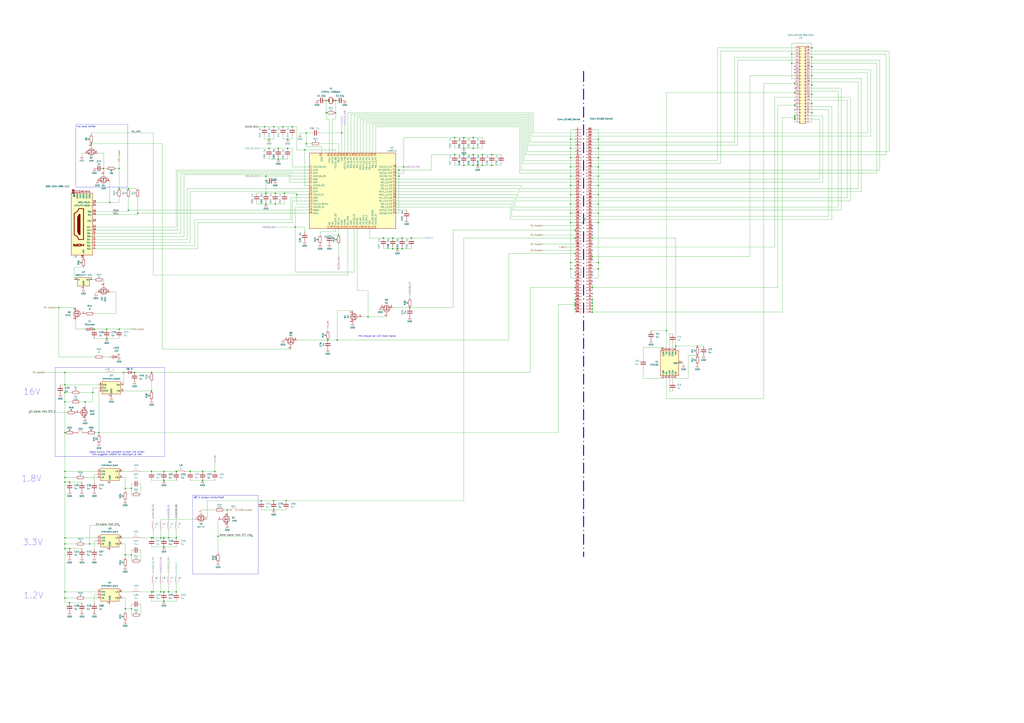
<source format=kicad_sch>
(kicad_sch (version 20231120) (generator "eeschema") (generator_version "8.0")
  (paper "A1")
  (junction (at 472.44 236.22))
  (junction (at 232.41 104.14))
  (junction (at 278.13 193.04))
  (junction (at 331.47 137.16))
  (junction (at 240.03 104.14))
  (junction (at 381 135.89))
  (junction (at 53.34 316.23))
  (junction (at 97.79 138.43))
  (junction (at 486.41 246.38))
  (junction (at 101.6 306.07))
  (junction (at 53.34 486.41))
  (junction (at 73.66 447.04))
  (junction (at 53.34 355.6))
  (junction (at 53.34 330.2))
  (junction (at 156.21 387.35))
  (junction (at 652.78 97.79))
  (junction (at 666.75 62.23))
  (junction (at 666.75 85.09))
  (junction (at 327.66 139.7))
  (junction (at 186.69 419.1))
  (junction (at 468.63 160.02))
  (junction (at 107.95 455.93))
  (junction (at 652.78 96.52))
  (junction (at 652.78 95.25))
  (junction (at 53.34 392.43))
  (junction (at 138.43 441.96))
  (junction (at 381 127))
  (junction (at 267.97 92.71))
  (junction (at 226.06 167.64))
  (junction (at 572.77 284.48))
  (junction (at 472.44 250.19))
  (junction (at 468.63 220.98))
  (junction (at 491.49 215.9))
  (junction (at 224.79 104.14))
  (junction (at 468.63 167.64))
  (junction (at 403.86 127))
  (junction (at 125.73 486.41))
  (junction (at 228.6 121.92))
  (junction (at 53.34 491.49))
  (junction (at 251.46 118.11))
  (junction (at 388.62 121.92))
  (junction (at 491.49 160.02))
  (junction (at 124.46 387.35))
  (junction (at 468.63 215.9))
  (junction (at 666.75 69.85))
  (junction (at 134.62 441.96))
  (junction (at 134.62 494.03))
  (junction (at 251.46 109.22))
  (junction (at 53.34 441.96))
  (junction (at 666.75 39.37))
  (junction (at 218.44 148.59))
  (junction (at 224.79 419.1))
  (junction (at 666.75 92.71))
  (junction (at 373.38 127))
  (junction (at 144.78 387.35))
  (junction (at 392.43 135.89))
  (junction (at 53.34 447.04))
  (junction (at 74.93 118.11))
  (junction (at 236.22 121.92))
  (junction (at 472.44 208.28))
  (junction (at 486.41 251.46))
  (junction (at 226.06 158.75))
  (junction (at 228.6 130.81))
  (junction (at 76.2 322.58))
  (junction (at 217.17 104.14))
  (junction (at 666.75 54.61))
  (junction (at 468.63 114.3))
  (junction (at 468.63 144.78))
  (junction (at 243.84 160.02))
  (junction (at 242.57 186.69))
  (junction (at 666.75 77.47))
  (junction (at 472.44 195.58))
  (junction (at 491.49 137.16))
  (junction (at 107.95 500.38))
  (junction (at 336.55 252.73))
  (junction (at 650.24 44.45))
  (junction (at 166.37 387.35))
  (junction (at 373.38 113.03))
  (junction (at 396.24 127))
  (junction (at 472.44 246.38))
  (junction (at 381 121.92))
  (junction (at 77.47 270.51))
  (junction (at 381 113.03))
  (junction (at 87.63 270.51))
  (junction (at 314.96 195.58))
  (junction (at 124.46 306.07))
  (junction (at 69.85 330.2))
  (junction (at 250.19 123.19))
  (junction (at 102.87 500.38))
  (junction (at 97.79 154.94))
  (junction (at 107.95 401.32))
  (junction (at 468.63 129.54))
  (junction (at 650.24 52.07))
  (junction (at 105.41 172.72))
  (junction (at 234.95 411.48))
  (junction (at 267.97 82.55))
  (junction (at 337.82 195.58))
  (junction (at 124.46 321.31))
  (junction (at 53.34 306.07))
  (junction (at 144.78 441.96))
  (junction (at 134.62 387.35))
  (junction (at 486.41 236.22))
  (junction (at 468.63 121.92))
  (junction (at 652.78 68.58))
  (junction (at 90.17 166.37))
  (junction (at 57.15 450.85))
  (junction (at 224.79 411.48))
  (junction (at 652.78 86.36))
  (junction (at 486.41 195.58))
  (junction (at 491.49 121.92))
  (junction (at 132.08 486.41))
  (junction (at 110.49 306.07))
  (junction (at 468.63 152.4))
  (junction (at 491.49 175.26))
  (junction (at 388.62 135.89))
  (junction (at 666.75 46.99))
  (junction (at 468.63 175.26))
  (junction (at 322.58 204.47))
  (junction (at 388.62 113.03))
  (junction (at 218.44 144.78))
  (junction (at 472.44 248.92))
  (junction (at 302.26 260.35))
  (junction (at 48.26 252.73))
  (junction (at 396.24 135.89))
  (junction (at 179.07 440.69))
  (junction (at 102.87 455.93))
  (junction (at 53.34 396.24))
  (junction (at 388.62 127))
  (junction (at 491.49 144.78))
  (junction (at 572.77 292.1))
  (junction (at 330.2 204.47))
  (junction (at 144.78 486.41))
  (junction (at 491.49 167.64))
  (junction (at 322.58 195.58))
  (junction (at 113.03 175.26))
  (junction (at 220.98 121.92))
  (junction (at 125.73 441.96))
  (junction (at 554.99 284.48))
  (junction (at 176.53 387.35))
  (junction (at 138.43 486.41))
  (junction (at 491.49 182.88))
  (junction (at 97.79 270.51))
  (junction (at 214.63 411.48))
  (junction (at 468.63 182.88))
  (junction (at 124.46 486.41))
  (junction (at 491.49 152.4))
  (junction (at 233.68 158.75))
  (junction (at 472.44 254))
  (junction (at 134.62 449.58))
  (junction (at 134.62 486.41))
  (junction (at 132.08 441.96))
  (junction (at 134.62 394.97))
  (junction (at 547.37 271.78))
  (junction (at 87.63 278.13))
  (junction (at 486.41 210.82))
  (junction (at 269.24 279.4))
  (junction (at 166.37 394.97))
  (junction (at 124.46 441.96))
  (junction (at 53.34 387.35))
  (junction (at 236.22 114.3))
  (junction (at 486.41 248.92))
  (junction (at 275.59 92.71))
  (junction (at 57.15 396.24))
  (junction (at 652.78 76.2))
  (junction (at 472.44 189.23))
  (junction (at 102.87 401.32))
  (junction (at 491.49 220.98))
  (junction (at 280.67 109.22))
  (junction (at 491.49 114.3))
  (junction (at 326.39 204.47))
  (junction (at 275.59 82.55))
  (junction (at 53.34 450.85))
  (junction (at 57.15 495.3))
  (junction (at 330.2 195.58))
  (junction (at 486.41 254))
  (junction (at 486.41 256.54))
  (junction (at 276.86 279.4))
  (junction (at 85.09 138.43))
  (junction (at 327.66 144.78))
  (junction (at 218.44 158.75))
  (junction (at 53.34 322.58))
  (junction (at 468.63 137.16))
  (junction (at 472.44 251.46))
  (junction (at 491.49 129.54))
  (junction (at 105.41 154.94))
  (junction (at 218.44 167.64))
  (junction (at 403.86 135.89))
  (junction (at 81.28 355.6))
  (junction (at 220.98 114.3))
  (no_connect (at 472.44 231.14))
  (no_connect (at 486.41 223.52))
  (no_connect (at 486.41 213.36))
  (no_connect (at 652.78 54.61))
  (no_connect (at 652.78 59.69))
  (no_connect (at 97.79 431.8))
  (no_connect (at 486.41 241.3))
  (no_connect (at 486.41 193.04))
  (no_connect (at 652.78 90.17))
  (no_connect (at 652.78 72.39))
  (no_connect (at 472.44 241.3))
  (no_connect (at 486.41 200.66))
  (no_connect (at 472.44 223.52))
  (no_connect (at 652.78 57.15))
  (no_connect (at 486.41 226.06))
  (no_connect (at 486.41 231.14))
  (no_connect (at 24.13 339.09))
  (no_connect (at 652.78 82.55))
  (no_connect (at 472.44 218.44))
  (no_connect (at 472.44 213.36))
  (no_connect (at 486.41 190.5))
  (no_connect (at 486.41 185.42))
  (no_connect (at 207.01 440.69))
  (no_connect (at 486.41 187.96))
  (no_connect (at 486.41 205.74))
  (no_connect (at 472.44 226.06))
  (no_connect (at 486.41 218.44))
  (wire (pts (xy 468.63 175.26) (xy 472.44 175.26)))
  (wire (pts (xy 77.47 389.89) (xy 80.01 389.89)))
  (wire (pts (xy 165.1 419.1) (xy 176.53 419.1)))
  (wire (pts (xy 486.41 195.58) (xy 554.99 195.58)))
  (wire (pts (xy 156.21 394.97) (xy 166.37 394.97)))
  (wire (pts (xy 48.26 293.37) (xy 48.26 252.73)))
  (wire (pts (xy 673.1 97.79) (xy 665.48 97.79)))
  (wire (pts (xy 712.47 59.69) (xy 712.47 109.22)))
  (wire (pts (xy 238.76 142.24) (xy 238.76 147.32)))
  (wire (pts (xy 572.77 284.48) (xy 577.85 284.48)))
  (wire (pts (xy 381 127) (xy 388.62 127)))
  (wire (pts (xy 486.41 152.4) (xy 491.49 152.4)))
  (wire (pts (xy 176.53 379.73) (xy 176.53 387.35)))
  (wire (pts (xy 603.25 116.84) (xy 486.41 116.84)))
  (wire (pts (xy 652.78 62.23) (xy 615.95 62.23)))
  (wire (pts (xy 552.45 311.15) (xy 552.45 313.69)))
  (wire (pts (xy 468.63 121.92) (xy 468.63 129.54)))
  (wire (pts (xy 468.63 129.54) (xy 468.63 137.16)))
  (wire (pts (xy 652.78 64.77) (xy 650.24 64.77)))
  (wire (pts (xy 438.15 109.22) (xy 472.44 109.22)))
  (wire (pts (xy 331.47 113.03) (xy 373.38 113.03)))
  (wire (pts (xy 76.2 322.58) (xy 76.2 330.2)))
  (wire (pts (xy 60.96 219.71) (xy 68.58 219.71)))
  (wire (pts (xy 666.75 54.61) (xy 666.75 46.99)))
  (wire (pts (xy 124.46 486.41) (xy 125.73 486.41)))
  (wire (pts (xy 220.98 114.3) (xy 224.79 114.3)))
  (wire (pts (xy 146.05 189.23) (xy 78.74 189.23)))
  (wire (pts (xy 270.51 97.79) (xy 267.97 97.79)))
  (wire (pts (xy 218.44 167.64) (xy 226.06 167.64)))
  (wire (pts (xy 233.68 279.4) (xy 232.41 279.4)))
  (wire (pts (xy 472.44 162.56) (xy 425.45 162.56)))
  (wire (pts (xy 53.34 447.04) (xy 53.34 450.85)))
  (wire (pts (xy 66.04 330.2) (xy 69.85 330.2)))
  (wire (pts (xy 589.28 39.37) (xy 652.78 39.37)))
  (wire (pts (xy 49.53 316.23) (xy 53.34 316.23)))
  (wire (pts (xy 388.62 135.89) (xy 388.62 134.62)))
  (wire (pts (xy 468.63 129.54) (xy 472.44 129.54)))
  (wire (pts (xy 652.78 68.58) (xy 652.78 69.85)))
  (wire (pts (xy 238.76 287.02) (xy 133.35 287.02)))
  (wire (pts (xy 431.8 127) (xy 431.8 99.06)))
  (wire (pts (xy 138.43 441.96) (xy 144.78 441.96)))
  (wire (pts (xy 707.39 157.48) (xy 707.39 64.77)))
  (wire (pts (xy 90.17 148.59) (xy 90.17 166.37)))
  (wire (pts (xy 58.42 330.2) (xy 53.34 330.2)))
  (wire (pts (xy 715.01 57.15) (xy 665.48 57.15)))
  (wire (pts (xy 554.99 284.48) (xy 572.77 284.48)))
  (wire (pts (xy 246.38 109.22) (xy 246.38 110.49)))
  (wire (pts (xy 275.59 190.5) (xy 275.59 187.96)))
  (wire (pts (xy 213.36 121.92) (xy 220.98 121.92)))
  (wire (pts (xy 650.24 35.56) (xy 666.75 35.56)))
  (wire (pts (xy 288.29 125.73) (xy 288.29 93.98)))
  (wire (pts (xy 144.78 435.61) (xy 144.78 441.96)))
  (wire (pts (xy 53.34 306.07) (xy 53.34 316.23)))
  (wire (pts (xy 275.59 97.79) (xy 273.05 97.79)))
  (wire (pts (xy 237.49 143.51) (xy 151.13 143.51)))
  (wire (pts (xy 445.77 205.74) (xy 472.44 205.74)))
  (wire (pts (xy 381 195.58) (xy 472.44 195.58)))
  (wire (pts (xy 325.12 149.86) (xy 472.44 149.86)))
  (wire (pts (xy 675.64 95.25) (xy 665.48 95.25)))
  (wire (pts (xy 373.38 134.62) (xy 373.38 135.89)))
  (wire (pts (xy 325.12 172.72) (xy 334.01 172.72)))
  (wire (pts (xy 472.44 127) (xy 431.8 127)))
  (wire (pts (xy 78.74 201.93) (xy 160.02 201.93)))
  (wire (pts (xy 250.19 152.4) (xy 254 152.4)))
  (wire (pts (xy 240.03 114.3) (xy 240.03 111.76)))
  (wire (pts (xy 290.83 95.25) (xy 435.61 95.25)))
  (polyline (pts (xy 479.298 58.674) (xy 479.298 457.454)) (stroke (width 0.762) (type dash_dot)))
  (wire (pts (xy 326.39 204.47) (xy 330.2 204.47)))
  (wire (pts (xy 331.47 137.16) (xy 331.47 113.03)))
  (wire (pts (xy 87.63 278.13) (xy 97.79 278.13)))
  (wire (pts (xy 468.63 215.9) (xy 468.63 220.98)))
  (wire (pts (xy 491.49 121.92) (xy 491.49 129.54)))
  (wire (pts (xy 240.03 142.24) (xy 240.03 140.97)))
  (wire (pts (xy 549.91 321.31) (xy 552.45 321.31)))
  (wire (pts (xy 214.63 411.48) (xy 224.79 411.48)))
  (wire (pts (xy 160.02 201.93) (xy 160.02 180.34)))
  (wire (pts (xy 472.44 250.19) (xy 458.47 250.19)))
  (wire (pts (xy 665.48 90.17) (xy 680.72 90.17)))
  (wire (pts (xy 330.2 204.47) (xy 330.2 203.2)))
  (wire (pts (xy 627.38 68.58) (xy 627.38 327.66)))
  (wire (pts (xy 486.41 254) (xy 486.41 256.54)))
  (wire (pts (xy 421.64 172.72) (xy 472.44 172.72)))
  (wire (pts (xy 426.72 154.94) (xy 426.72 157.48)))
  (wire (pts (xy 396.24 121.92) (xy 388.62 121.92)))
  (wire (pts (xy 468.63 114.3) (xy 472.44 114.3)))
  (wire (pts (xy 544.83 285.75) (xy 528.32 285.75)))
  (wire (pts (xy 170.18 426.72) (xy 170.18 411.48)))
  (wire (pts (xy 491.49 175.26) (xy 491.49 182.88)))
  (wire (pts (xy 80.01 125.73) (xy 85.09 125.73)))
  (wire (pts (xy 695.96 82.55) (xy 695.96 162.56)))
  (wire (pts (xy 698.5 80.01) (xy 698.5 165.1)))
  (wire (pts (xy 276.86 255.27) (xy 289.56 255.27)))
  (wire (pts (xy 486.41 177.8) (xy 680.72 177.8)))
  (wire (pts (xy 240.03 137.16) (xy 254 137.16)))
  (wire (pts (xy 426.72 142.24) (xy 426.72 104.14)))
  (wire (pts (xy 314.96 203.2) (xy 314.96 204.47)))
  (wire (pts (xy 652.78 85.09) (xy 652.78 86.36)))
  (wire (pts (xy 186.69 421.64) (xy 186.69 419.1)))
  (wire (pts (xy 420.37 167.64) (xy 420.37 177.8)))
  (wire (pts (xy 486.41 137.16) (xy 491.49 137.16)))
  (wire (pts (xy 220.98 130.81) (xy 228.6 130.81)))
  (wire (pts (xy 73.66 431.8) (xy 97.79 431.8)))
  (wire (pts (xy 102.87 392.43) (xy 100.33 392.43)))
  (wire (pts (xy 388.62 127) (xy 396.24 127)))
  (wire (pts (xy 435.61 116.84) (xy 472.44 116.84)))
  (wire (pts (xy 314.96 195.58) (xy 322.58 195.58)))
  (wire (pts (xy 486.41 139.7) (xy 722.63 139.7)))
  (wire (pts (xy 124.46 321.31) (xy 124.46 313.69)))
  (wire (pts (xy 232.41 114.3) (xy 236.22 114.3)))
  (wire (pts (xy 276.86 255.27) (xy 276.86 279.4)))
  (wire (pts (xy 722.63 139.7) (xy 722.63 49.53)))
  (wire (pts (xy 85.09 293.37) (xy 90.17 293.37)))
  (wire (pts (xy 240.03 121.92) (xy 240.03 137.16)))
  (wire (pts (xy 491.49 106.68) (xy 491.49 114.3)))
  (wire (pts (xy 650.24 44.45) (xy 650.24 52.07)))
  (wire (pts (xy 53.34 450.85) (xy 53.34 486.41)))
  (wire (pts (xy 665.48 69.85) (xy 666.75 69.85)))
  (wire (pts (xy 665.48 92.71) (xy 666.75 92.71)))
  (wire (pts (xy 53.34 355.6) (xy 53.34 387.35)))
  (wire (pts (xy 547.37 76.2) (xy 652.78 76.2)))
  (wire (pts (xy 77.47 450.85) (xy 77.47 444.5)))
  (wire (pts (xy 468.63 182.88) (xy 468.63 215.9)))
  (wire (pts (xy 97.79 133.35) (xy 97.79 138.43)))
  (wire (pts (xy 290.83 187.96) (xy 290.83 223.52)))
  (wire (pts (xy 419.1 170.18) (xy 419.1 180.34)))
  (wire (pts (xy 81.28 355.6) (xy 78.74 355.6)))
  (wire (pts (xy 113.03 176.53) (xy 113.03 175.26)))
  (wire (pts (xy 411.48 134.62) (xy 411.48 135.89)))
  (wire (pts (xy 243.84 104.14) (xy 243.84 123.19)))
  (wire (pts (xy 396.24 135.89) (xy 392.43 135.89)))
  (wire (pts (xy 166.37 387.35) (xy 176.53 387.35)))
  (wire (pts (xy 615.95 62.23) (xy 615.95 210.82)))
  (wire (pts (xy 100.33 486.41) (xy 107.95 486.41)))
  (wire (pts (xy 217.17 114.3) (xy 220.98 114.3)))
  (wire (pts (xy 264.16 120.65) (xy 251.46 120.65)))
  (wire (pts (xy 354.33 139.7) (xy 354.33 127)))
  (wire (pts (xy 57.15 396.24) (xy 67.31 396.24)))
  (wire (pts (xy 80.01 387.35) (xy 53.34 387.35)))
  (wire (pts (xy 95.25 240.03) (xy 90.17 240.03)))
  (wire (pts (xy 243.84 160.02) (xy 254 160.02)))
  (wire (pts (xy 486.41 246.38) (xy 486.41 248.92)))
  (wire (pts (xy 62.23 392.43) (xy 53.34 392.43)))
  (wire (pts (xy 254 165.1) (xy 240.03 165.1)))
  (wire (pts (xy 77.47 444.5) (xy 80.01 444.5)))
  (wire (pts (xy 283.21 102.87) (xy 283.21 125.73)))
  (wire (pts (xy 373.38 120.65) (xy 373.38 121.92)))
  (wire (pts (xy 275.59 125.73) (xy 275.59 123.19)))
  (wire (pts (xy 486.41 195.58) (xy 486.41 198.12)))
  (wire (pts (xy 53.34 387.35) (xy 53.34 392.43)))
  (wire (pts (xy 105.41 172.72) (xy 105.41 173.99)))
  (wire (pts (xy 133.35 118.11) (xy 133.35 287.02)))
  (wire (pts (xy 238.76 147.32) (xy 254 147.32)))
  (wire (pts (xy 53.34 392.43) (xy 53.34 396.24)))
  (wire (pts (xy 549.91 311.15) (xy 549.91 321.31)))
  (wire (pts (xy 417.83 279.4) (xy 417.83 208.28)))
  (wire (pts (xy 652.78 92.71) (xy 652.78 95.25)))
  (wire (pts (xy 665.48 62.23) (xy 666.75 62.23)))
  (wire (pts (xy 468.63 144.78) (xy 472.44 144.78)))
  (wire (pts (xy 213.36 144.78) (xy 218.44 144.78)))
  (wire (pts (xy 472.44 250.19) (xy 472.44 251.46)))
  (wire (pts (xy 666.75 62.23) (xy 666.75 54.61)))
  (wire (pts (xy 486.41 208.28) (xy 486.41 210.82)))
  (wire (pts (xy 102.87 491.49) (xy 100.33 491.49)))
  (wire (pts (xy 288.29 93.98) (xy 436.88 93.98)))
  (wire (pts (xy 688.34 170.18) (xy 486.41 170.18)))
  (wire (pts (xy 132.08 435.61) (xy 132.08 441.96)))
  (wire (pts (xy 652.78 44.45) (xy 650.24 44.45)))
  (wire (pts (xy 146.05 140.97) (xy 146.05 189.23)))
  (wire (pts (xy 486.41 119.38) (xy 605.79 119.38)))
  (wire (pts (xy 115.57 397.51) (xy 115.57 406.4)))
  (wire (pts (xy 491.49 137.16) (xy 491.49 144.78)))
  (wire (pts (xy 468.63 152.4) (xy 468.63 160.02)))
  (wire (pts (xy 472.44 137.16) (xy 468.63 137.16)))
  (wire (pts (xy 224.79 104.14) (xy 232.41 104.14)))
  (wire (pts (xy 238.76 162.56) (xy 254 162.56)))
  (wire (pts (xy 327.66 139.7) (xy 354.33 139.7)))
  (wire (pts (xy 650.24 44.45) (xy 650.24 35.56)))
  (wire (pts (xy 107.95 500.38) (xy 107.95 505.46)))
  (wire (pts (xy 565.15 311.15) (xy 554.99 311.15)))
  (wire (pts (xy 243.84 167.64) (xy 243.84 160.02)))
  (wire (pts (xy 243.84 123.19) (xy 250.19 123.19)))
  (wire (pts (xy 262.89 190.5) (xy 275.59 190.5)))
  (wire (pts (xy 212.09 104.14) (xy 217.17 104.14)))
  (wire (pts (xy 650.24 64.77) (xy 650.24 52.07)))
  (wire (pts (xy 403.86 134.62) (xy 403.86 135.89)))
  (wire (pts (xy 436.88 93.98) (xy 436.88 111.76)))
  (wire (pts (xy 125.73 441.96) (xy 132.08 441.96)))
  (wire (pts (xy 652.78 97.79) (xy 652.78 100.33)))
  (wire (pts (xy 220.98 121.92) (xy 228.6 121.92)))
  (wire (pts (xy 302.26 238.76) (xy 293.37 238.76)))
  (wire (pts (xy 325.12 170.18) (xy 419.1 170.18)))
  (wire (pts (xy 468.63 106.68) (xy 468.63 114.3)))
  (wire (pts (xy 132.08 426.72) (xy 160.02 426.72)))
  (wire (pts (xy 472.44 254) (xy 472.44 256.54)))
  (wire (pts (xy 420.37 167.64) (xy 325.12 167.64)))
  (wire (pts (xy 218.44 148.59) (xy 218.44 158.75)))
  (wire (pts (xy 101.6 306.07) (xy 102.87 306.07)))
  (wire (pts (xy 270.51 193.04) (xy 278.13 193.04)))
  (wire (pts (xy 242.57 223.52) (xy 242.57 186.69)))
  (wire (pts (xy 491.49 144.78) (xy 491.49 152.4)))
  (wire (pts (xy 472.44 195.58) (xy 472.44 198.12)))
  (wire (pts (xy 429.26 101.6) (xy 303.53 101.6)))
  (wire (pts (xy 295.91 125.73) (xy 295.91 97.79)))
  (wire (pts (xy 431.8 99.06) (xy 298.45 99.06)))
  (wire (pts (xy 652.78 67.31) (xy 652.78 68.58)))
  (wire (pts (xy 589.28 132.08) (xy 589.28 39.37)))
  (wire (pts (xy 125.73 425.45) (xy 125.73 427.99)))
  (wire (pts (xy 124.46 449.58) (xy 134.62 449.58)))
  (wire (pts (xy 93.98 306.07) (xy 101.6 306.07)))
  (wire (pts (xy 144.78 469.9) (xy 144.78 472.44)))
  (wire (pts (xy 102.87 447.04) (xy 100.33 447.04)))
  (wire (pts (xy 472.44 246.38) (xy 472.44 248.92)))
  (wire (pts (xy 445.77 185.42) (xy 472.44 185.42)))
  (wire (pts (xy 603.25 46.99) (xy 603.25 116.84)))
  (wire (pts (xy 430.53 100.33) (xy 430.53 132.08)))
  (wire (pts (xy 486.41 236.22) (xy 486.41 238.76)))
  (wire (pts (xy 228.6 130.81) (xy 236.22 130.81)))
  (wire (pts (xy 491.49 182.88) (xy 491.49 215.9)))
  (wire (pts (xy 246.38 109.22) (xy 251.46 109.22)))
  (wire (pts (xy 77.47 229.87) (xy 76.2 229.87)))
  (wire (pts (xy 97.79 162.56) (xy 97.79 166.37)))
  (wire (pts (xy 232.41 104.14) (xy 240.03 104.14)))
  (wire (pts (xy 267.97 97.79) (xy 267.97 92.71)))
  (wire (pts (xy 262.89 118.11) (xy 278.13 118.11)))
  (wire (pts (xy 69.85 392.43) (xy 80.01 392.43)))
  (wire (pts (xy 124.46 441.96) (xy 125.73 441.96)))
  (wire (pts (xy 156.21 387.35) (xy 166.37 387.35)))
  (wire (pts (xy 285.75 226.06) (xy 125.73 226.06)))
  (wire (pts (xy 652.78 86.36) (xy 638.81 86.36)))
  (wire (pts (xy 138.43 469.9) (xy 138.43 472.44)))
  (wire (pts (xy 293.37 125.73) (xy 293.37 96.52)))
  (wire (pts (xy 388.62 121.92) (xy 388.62 120.65)))
  (wire (pts (xy 336.55 252.73) (xy 372.11 252.73)))
  (wire (pts (xy 325.12 175.26) (xy 327.66 175.26)))
  (wire (pts (xy 278.13 187.96) (xy 278.13 193.04)))
  (wire (pts (xy 57.15 495.3) (xy 67.31 495.3)))
  (wire (pts (xy 381 134.62) (xy 381 135.89)))
  (wire (pts (xy 665.48 46.99) (xy 666.75 46.99)))
  (wire (pts (xy 491.49 215.9) (xy 486.41 215.9)))
  (wire (pts (xy 53.34 316.23) (xy 53.34 322.58)))
  (wire (pts (xy 652.78 96.52) (xy 652.78 97.79)))
  (wire (pts (xy 486.41 243.84) (xy 486.41 246.38)))
  (wire (pts (xy 53.34 306.07) (xy 36.83 306.07)))
  (wire (pts (xy 665.48 85.09) (xy 666.75 85.09)))
  (wire (pts (xy 486.41 147.32) (xy 673.1 147.32)))
  (wire (pts (xy 642.62 256.54) (xy 486.41 256.54)))
  (wire (pts (xy 144.78 139.7) (xy 254 139.7)))
  (wire (pts (xy 424.18 160.02) (xy 325.12 160.02)))
  (wire (pts (xy 81.28 356.87) (xy 81.28 355.6)))
  (wire (pts (xy 238.76 180.34) (xy 238.76 162.56)))
  (wire (pts (xy 486.41 203.2) (xy 636.27 203.2)))
  (wire (pts (xy 665.48 54.61) (xy 666.75 54.61)))
  (wire (pts (xy 650.24 52.07) (xy 652.78 52.07)))
  (wire (pts (xy 554.99 195.58) (xy 554.99 284.48)))
  (wire (pts (xy 105.41 172.72) (xy 254 172.72)))
  (wire (pts (xy 666.75 92.71) (xy 666.75 85.09)))
  (wire (pts (xy 665.48 49.53) (xy 722.63 49.53)))
  (wire (pts (xy 233.68 158.75) (xy 243.84 158.75)))
  (wire (pts (xy 486.41 182.88) (xy 491.49 182.88)))
  (wire (pts (xy 486.41 172.72) (xy 690.88 172.72)))
  (wire (pts (xy 528.32 311.15) (xy 544.83 311.15)))
  (wire (pts (xy 113.03 175.26) (xy 113.03 162.56)))
  (wire (pts (xy 486.41 236.22) (xy 638.81 236.22)))
  (wire (pts (xy 666.75 46.99) (xy 666.75 39.37)))
  (wire (pts (xy 102.87 491.49) (xy 102.87 500.38)))
  (wire (pts (xy 427.99 154.94) (xy 472.44 154.94)))
  (wire (pts (xy 125.73 226.06) (xy 125.73 109.22)))
  (wire (pts (xy 426.72 157.48) (xy 472.44 157.48)))
  (wire (pts (xy 325.12 152.4) (xy 427.99 152.4)))
  (wire (pts (xy 491.49 152.4) (xy 491.49 160.02)))
  (wire (pts (xy 156.21 199.39) (xy 78.74 199.39)))
  (wire (pts (xy 720.09 142.24) (xy 486.41 142.24)))
  (wire (pts (xy 234.95 411.48) (xy 381 411.48)))
  (wire (pts (xy 218.44 144.78) (xy 218.44 148.59)))
  (wire (pts (xy 290.83 125.73) (xy 290.83 95.25)))
  (wire (pts (xy 62.23 491.49) (xy 53.34 491.49)))
  (wire (pts (xy 434.34 119.38) (xy 472.44 119.38)))
  (wire (pts (xy 381 135.89) (xy 388.62 135.89)))
  (wire (pts (xy 306.07 102.87) (xy 427.99 102.87)))
  (wire (pts (xy 214.63 419.1) (xy 224.79 419.1)))
  (wire (pts (xy 426.72 154.94) (xy 325.12 154.94)))
  (wire (pts (xy 373.38 113.03) (xy 381 113.03)))
  (wire (pts (xy 486.41 127) (xy 727.71 127)))
  (wire (pts (xy 152.4 387.35) (xy 156.21 387.35)))
  (wire (pts (xy 53.34 306.07) (xy 86.36 306.07)))
  (wire (pts (xy 107.95 397.51) (xy 107.95 401.32)))
  (wire (pts (xy 308.61 104.14) (xy 308.61 125.73)))
  (wire (pts (xy 528.32 285.75) (xy 528.32 294.64)))
  (wire (pts (xy 134.62 394.97) (xy 144.78 394.97)))
  (wire (pts (xy 554.99 284.48) (xy 554.99 285.75)))
  (wire (pts (xy 727.71 127) (xy 727.71 44.45)))
  (wire (pts (xy 53.34 396.24) (xy 53.34 441.96)))
  (wire (pts (xy 331.47 142.24) (xy 331.47 137.16)))
  (wire (pts (xy 486.41 121.92) (xy 491.49 121.92)))
  (wire (pts (xy 486.41 111.76) (xy 715.01 111.76)))
  (wire (pts (xy 100.33 387.35) (xy 107.95 387.35)))
  (wire (pts (xy 97.79 154.94) (xy 105.41 154.94)))
  (wire (pts (xy 144.78 139.7) (xy 144.78 186.69)))
  (wire (pts (xy 438.15 92.71) (xy 438.15 109.22)))
  (wire (pts (xy 297.18 260.35) (xy 302.26 260.35)))
  (wire (pts (xy 242.57 170.18) (xy 254 170.18)))
  (wire (pts (xy 665.48 74.93) (xy 688.34 74.93)))
  (wire (pts (xy 85.09 138.43) (xy 85.09 140.97)))
  (wire (pts (xy 665.48 44.45) (xy 727.71 44.45)))
  (wire (pts (xy 293.37 96.52) (xy 434.34 96.52)))
  (wire (pts (xy 102.87 401.32) (xy 107.95 401.32)))
  (wire (pts (xy 468.63 160.02) (xy 468.63 167.64)))
  (wire (pts (xy 396.24 134.62) (xy 396.24 135.89)))
  (wire (pts (xy 80.01 240.03) (xy 78.74 240.03)))
  (wire (pts (xy 218.44 166.37) (xy 218.44 167.64)))
  (wire (pts (xy 207.01 440.69) (xy 179.07 440.69)))
  (wire (pts (xy 81.28 321.31) (xy 81.28 355.6)))
  (wire (pts (xy 85.09 229.87) (xy 85.09 232.41)))
  (wire (pts (xy 491.49 228.6) (xy 491.49 220.98)))
  (wire (pts (xy 74.93 109.22) (xy 125.73 109.22)))
  (wire (pts (xy 138.43 480.06) (xy 138.43 486.41)))
  (wire (pts (xy 491.49 167.64) (xy 491.49 175.26)))
  (wire (pts (xy 381 411.48) (xy 381 195.58)))
  (wire (pts (xy 372.11 189.23) (xy 372.11 252.73)))
  (wire (pts (xy 591.82 41.91) (xy 591.82 134.62)))
  (wire (pts (xy 486.41 160.02) (xy 491.49 160.02)))
  (wire (pts (xy 298.45 99.06) (xy 298.45 125.73)))
  (wire (pts (xy 134.62 494.03) (xy 144.78 494.03)))
  (wire (pts (xy 45.72 252.73) (xy 48.26 252.73)))
  (wire (pts (xy 486.41 228.6) (xy 491.49 228.6)))
  (wire (pts (xy 110.49 306.07) (xy 124.46 306.07)))
  (wire (pts (xy 153.67 154.94) (xy 254 154.94)))
  (wire (pts (xy 280.67 125.73) (xy 280.67 109.22)))
  (wire (pts (xy 132.08 426.72) (xy 132.08 427.99)))
  (wire (pts (xy 572.77 292.1) (xy 565.15 292.1)))
  (wire (pts (xy 547.37 271.78) (xy 534.67 271.78)))
  (wire (pts (xy 652.78 80.01) (xy 636.27 80.01)))
  (wire (pts (xy 224.79 411.48) (xy 234.95 411.48)))
  (wire (pts (xy 665.48 80.01) (xy 698.5 80.01)))
  (wire (pts (xy 547.37 285.75) (xy 547.37 271.78)))
  (wire (pts (xy 486.41 162.56) (xy 695.96 162.56)))
  (wire (pts (xy 243.84 279.4) (xy 269.24 279.4)))
  (wire (pts (xy 53.34 491.49) (xy 53.34 495.3)))
  (wire (pts (xy 458.47 355.6) (xy 81.28 355.6)))
  (wire (pts (xy 97.79 138.43) (xy 97.79 154.94)))
  (wire (pts (xy 472.44 189.23) (xy 472.44 190.5)))
  (wire (pts (xy 373.38 121.92) (xy 381 121.92)))
  (wire (pts (xy 97.79 270.51) (xy 107.95 270.51)))
  (wire (pts (xy 124.46 387.35) (xy 134.62 387.35)))
  (wire (pts (xy 132.08 480.06) (xy 132.08 486.41)))
  (wire (pts (xy 295.91 97.79) (xy 433.07 97.79)))
  (wire (pts (xy 254 149.86) (xy 237.49 149.86)))
  (wire (pts (xy 224.79 419.1) (xy 234.95 419.1)))
  (wire (pts (xy 491.49 106.68) (xy 486.41 106.68)))
  (wire (pts (xy 228.6 121.92) (xy 236.22 121.92)))
  (wire (pts (xy 491.49 160.02) (xy 491.49 167.64)))
  (wire (pts (xy 652.78 41.91) (xy 591.82 41.91)))
  (wire (pts (xy 113.03 175.26) (xy 254 175.26)))
  (wire (pts (xy 325.12 139.7) (xy 327.66 139.7)))
  (wire (pts (xy 337.82 204.47) (xy 330.2 204.47)))
  (wire (pts (xy 276.86 279.4) (xy 269.24 279.4)))
  (wire (pts (xy 76.2 318.77) (xy 81.28 318.77)))
  (wire (pts (xy 69.85 125.73) (xy 67.31 125.73)))
  (wire (pts (xy 78.74 196.85) (xy 153.67 196.85)))
  (wire (pts (xy 275.59 92.71) (xy 275.59 97.79)))
  (wire (pts (xy 69.85 491.49) (xy 80.01 491.49)))
  (wire (pts (xy 102.87 447.04) (xy 102.87 455.93)))
  (wire (pts (xy 472.44 236.22) (xy 472.44 238.76)))
  (wire (pts (xy 236.22 130.81) (xy 236.22 129.54)))
  (wire (pts (xy 468.63 137.16) (xy 468.63 144.78)))
  (wire (pts (xy 220.98 129.54) (xy 220.98 130.81)))
  (wire (pts (xy 547.37 76.2) (xy 547.37 271.78)))
  (wire (pts (xy 226.06 186.69) (xy 242.57 186.69)))
  (wire (pts (xy 325.12 142.24) (xy 331.47 142.24)))
  (wire (pts (xy 100.33 441.96) (xy 107.95 441.96)))
  (wire (pts (xy 421.64 165.1) (xy 421.64 172.72)))
  (wire (pts (xy 76.2 322.58) (xy 76.2 318.77)))
  (wire (pts (xy 373.38 127) (xy 381 127)))
  (wire (pts (xy 138.43 486.41) (xy 144.78 486.41)))
  (wire (pts (xy 80.01 486.41) (xy 53.34 486.41)))
  (wire (pts (xy 148.59 191.77) (xy 148.59 142.24)))
  (wire (pts (xy 665.48 67.31) (xy 704.85 67.31)))
  (wire (pts (xy 403.86 127) (xy 411.48 127)))
  (wire (pts (xy 69.85 447.04) (xy 73.66 447.04)))
  (wire (pts (xy 69.85 330.2) (xy 76.2 330.2)))
  (wire (pts (xy 707.39 64.77) (xy 665.48 64.77)))
  (wire (pts (xy 486.41 248.92) (xy 486.41 251.46)))
  (wire (pts (xy 652.78 95.25) (xy 652.78 96.52)))
  (wire (pts (xy 486.41 132.08) (xy 589.28 132.08)))
  (wire (pts (xy 421.64 165.1) (xy 325.12 165.1)))
  (wire (pts (xy 224.79 114.3) (xy 224.79 111.76)))
  (wire (pts (xy 293.37 187.96) (xy 293.37 238.76)))
  (wire (pts (xy 240.03 140.97) (xy 146.05 140.97)))
  (wire (pts (xy 210.82 158.75) (xy 218.44 158.75)))
  (wire (pts (xy 255.27 118.11) (xy 251.46 118.11)))
  (wire (pts (xy 396.24 135.89) (xy 403.86 135.89)))
  (wire (pts (xy 472.44 248.92) (xy 472.44 250.19)))
  (wire (pts (xy 468.63 152.4) (xy 472.44 152.4)))
  (wire (pts (xy 78.74 176.53) (xy 113.03 176.53)))
  (wire (pts (xy 468.63 220.98) (xy 472.44 220.98)))
  (wire (pts (xy 472.44 134.62) (xy 429.26 134.62)))
  (wire (pts (xy 170.18 411.48) (xy 214.63 411.48)))
  (wire (pts (xy 57.15 495.3) (xy 53.34 495.3)))
  (wire (pts (xy 226.06 158.75) (xy 233.68 158.75)))
  (wire (pts (xy 381 120.65) (xy 381 121.92)))
  (wire (pts (xy 547.37 327.66) (xy 547.37 311.15)))
  (wire (pts (xy 472.44 236.22) (xy 435.61 236.22)))
  (wire (pts (xy 105.41 162.56) (xy 105.41 172.72)))
  (wire (pts (xy 665.48 59.69) (xy 712.47 59.69)))
  (wire (pts (xy 124.46 306.07) (xy 435.61 306.07)))
  (wire (pts (xy 322.58 195.58) (xy 330.2 195.58)))
  (wire (pts (xy 528.32 302.26) (xy 528.32 311.15)))
  (wire (pts (xy 87.63 270.51) (xy 97.79 270.51)))
  (wire (pts (xy 303.53 195.58) (xy 314.96 195.58)))
  (wire (pts (xy 132.08 486.41) (xy 134.62 486.41)))
  (wire (pts (xy 132.08 441.96) (xy 134.62 441.96)))
  (wire (pts (xy 486.41 165.1) (xy 698.5 165.1)))
  (wire (pts (xy 322.58 203.2) (xy 322.58 204.47)))
  (wire (pts (xy 381 113.03) (xy 388.62 113.03)))
  (wire (pts (xy 115.57 441.96) (xy 124.46 441.96)))
  (wire (pts (xy 436.88 111.76) (xy 472.44 111.76)))
  (wire (pts (xy 688.34 170.18) (xy 688.34 74.93)))
  (wire (pts (xy 330.2 195.58) (xy 337.82 195.58)))
  (wire (pts (xy 77.47 396.24) (xy 77.47 389.89)))
  (wire (pts (xy 156.21 157.48) (xy 254 157.48)))
  (wire (pts (xy 591.82 134.62) (xy 486.41 134.62)))
  (wire (pts (xy 314.96 204.47) (xy 322.58 204.47)))
  (wire (pts (xy 124.46 394.97) (xy 134.62 394.97)))
  (wire (pts (xy 472.44 208.28) (xy 472.44 210.82)))
  (wire (pts (xy 302.26 260.35) (xy 317.5 260.35)))
  (wire (pts (xy 712.47 109.22) (xy 486.41 109.22)))
  (wire (pts (xy 53.34 486.41) (xy 53.34 491.49)))
  (wire (pts (xy 303.53 187.96) (xy 303.53 195.58)))
  (wire (pts (xy 666.75 35.56) (xy 666.75 39.37)))
  (wire (pts (xy 275.59 82.55) (xy 275.59 92.71)))
  (wire (pts (xy 426.72 104.14) (xy 308.61 104.14)))
  (wire (pts (xy 77.47 278.13) (xy 87.63 278.13)))
  (wire (pts (xy 472.44 228.6) (xy 468.63 228.6)))
  (wire (pts (xy 57.15 450.85) (xy 67.31 450.85)))
  (wire (pts (xy 115.57 452.12) (xy 115.57 461.01)))
  (wire (pts (xy 468.63 167.64) (xy 472.44 167.64)))
  (wire (pts (xy 90.17 166.37) (xy 97.79 166.37)))
  (wire (pts (xy 186.69 419.1) (xy 184.15 419.1)))
  (wire (pts (xy 302.26 260.35) (xy 302.26 238.76)))
  (wire (pts (xy 325.12 144.78) (xy 327.66 144.78)))
  (wire (pts (xy 666.75 77.47) (xy 666.75 69.85)))
  (wire (pts (xy 210.82 167.64) (xy 218.44 167.64)))
  (wire (pts (xy 133.35 118.11) (xy 74.93 118.11)))
  (wire (pts (xy 237.49 149.86) (xy 237.49 143.51)))
  (wire (pts (xy 77.47 495.3) (xy 77.47 488.95)))
  (wire (pts (xy 270.51 125.73) (xy 270.51 97.79)))
  (wire (pts (xy 228.6 129.54) (xy 228.6 130.81)))
  (wire (pts (xy 73.66 447.04) (xy 73.66 431.8)))
  (wire (pts (xy 105.41 154.94) (xy 113.03 154.94)))
  (wire (pts (xy 255.27 109.22) (xy 251.46 109.22)))
  (wire (pts (xy 250.19 123.19) (xy 275.59 123.19)))
  (wire (pts (xy 254 167.64) (xy 243.84 167.64)))
  (wire (pts (xy 486.41 210.82) (xy 615.95 210.82)))
  (wire (pts (xy 403.86 127) (xy 396.24 127)))
  (wire (pts (xy 240.03 182.88) (xy 162.56 182.88)))
  (wire (pts (xy 445.77 200.66) (xy 472.44 200.66)))
  (wire (pts (xy 115.57 486.41) (xy 124.46 486.41)))
  (wire (pts (xy 300.99 125.73) (xy 300.99 100.33)))
  (wire (pts (xy 472.44 177.8) (xy 420.37 177.8)))
  (wire (pts (xy 322.58 252.73) (xy 336.55 252.73)))
  (wire (pts (xy 720.09 52.07) (xy 720.09 142.24)))
  (wire (pts (xy 278.13 125.73) (xy 278.13 118.11)))
  (wire (pts (xy 151.13 143.51) (xy 151.13 194.31)))
  (wire (pts (xy 468.63 160.02) (xy 472.44 160.02)))
  (wire (pts (xy 472.44 243.84) (xy 472.44 246.38)))
  (wire (pts (xy 642.62 96.52) (xy 642.62 256.54)))
  (wire (pts (xy 666.75 39.37) (xy 665.48 39.37)))
  (wire (pts (xy 57.15 396.24) (xy 53.34 396.24)))
  (wire (pts (xy 325.12 137.16) (xy 331.47 137.16)))
  (wire (pts (xy 77.47 270.51) (xy 87.63 270.51)))
  (wire (pts (xy 250.19 123.19) (xy 250.19 152.4)))
  (wire (pts (xy 422.91 162.56) (xy 422.91 170.18)))
  (wire (pts (xy 715.01 111.76) (xy 715.01 57.15)))
  (wire (pts (xy 337.82 203.2) (xy 337.82 204.47)))
  (wire (pts (xy 458.47 250.19) (xy 458.47 355.6)))
  (wire (pts (xy 425.45 157.48) (xy 425.45 162.56)))
  (wire (pts (xy 303.53 101.6) (xy 303.53 125.73)))
  (wire (pts (xy 78.74 166.37) (xy 90.17 166.37)))
  (wire (pts (xy 74.93 109.22) (xy 74.93 110.49)))
  (wire (pts (xy 486.41 124.46) (xy 730.25 124.46)))
  (wire (pts (xy 138.43 435.61) (xy 138.43 441.96)))
  (wire (pts (xy 240.03 165.1) (xy 240.03 182.88)))
  (wire (pts (xy 115.57 387.35) (xy 124.46 387.35)))
  (wire (pts (xy 468.63 167.64) (xy 468.63 175.26)))
  (wire (pts (xy 730.25 124.46) (xy 730.25 41.91)))
  (wire (pts (xy 153.67 196.85) (xy 153.67 154.94)))
  (wire (pts (xy 125.73 480.06) (xy 125.73 486.41)))
  (wire (pts (xy 236.22 114.3) (xy 240.03 114.3)))
  (wire (pts (xy 325.12 157.48) (xy 425.45 157.48)))
  (wire (pts (xy 62.23 270.51) (xy 62.23 262.89)))
  (wire (pts (xy 549.91 285.75) (xy 549.91 274.32)))
  (wire (pts (xy 652.78 74.93) (xy 652.78 76.2)))
  (wire (pts (xy 486.41 233.68) (xy 486.41 236.22)))
  (wire (pts (xy 53.34 322.58) (xy 53.34 330.2)))
  (wire (pts (xy 85.09 138.43) (xy 87.63 138.43)))
  (wire (pts (xy 605.79 49.53) (xy 652.78 49.53)))
  (wire (pts (xy 666.75 100.33) (xy 666.75 92.71)))
  (wire (pts (xy 278.13 200.66) (xy 278.13 210.82)))
  (wire (pts (xy 148.59 142.24) (xy 238.76 142.24)))
  (wire (pts (xy 166.37 394.97) (xy 176.53 394.97)))
  (wire (pts (xy 251.46 118.11) (xy 251.46 120.65)))
  (wire (pts (xy 67.31 125.73) (xy 67.31 128.27)))
  (wire (pts (xy 107.95 452.12) (xy 107.95 455.93)))
  (wire (pts (xy 472.44 106.68) (xy 468.63 106.68)))
  (wire (pts (xy 638.81 86.36) (xy 638.81 236.22)))
  (wire (pts (xy 102.87 500.38) (xy 107.95 500.38)))
  (wire (pts (xy 250.19 186.69) (xy 250.19 190.5)))
  (wire (pts (xy 354.33 127) (xy 373.38 127)))
  (wire (pts (xy 102.87 392.43) (xy 102.87 401.32)))
  (wire (pts (xy 468.63 144.78) (xy 468.63 152.4)))
  (wire (pts (xy 417.83 208.28) (xy 472.44 208.28)))
  (wire (pts (xy 78.74 173.99) (xy 105.41 173.99)))
  (wire (pts (xy 666.75 69.85) (xy 666.75 62.23)))
  (wire (pts (xy 491.49 220.98) (xy 491.49 215.9)))
  (wire (pts (xy 144.78 480.06) (xy 144.78 486.41)))
  (wire (pts (xy 430.53 132.08) (xy 472.44 132.08)))
  (wire (pts (xy 134.62 387.35) (xy 144.78 387.35)))
  (wire (pts (xy 115.57 496.57) (xy 115.57 505.46)))
  (wire (pts (xy 102.87 401.32) (xy 102.87 403.86)))
  (wire (pts (xy 242.57 170.18) (xy 242.57 186.69)))
  (wire (pts (xy 549.91 274.32) (xy 552.45 274.32)))
  (wire (pts (xy 322.58 204.47) (xy 326.39 204.47)))
  (wire (pts (xy 85.09 125.73) (xy 85.09 138.43)))
  (wire (pts (xy 435.61 236.22) (xy 435.61 306.07)))
  (wire (pts (xy 267.97 92.71) (xy 267.97 82.55)))
  (wire (pts (xy 665.48 100.33) (xy 666.75 100.33)))
  (wire (pts (xy 665.48 72.39) (xy 690.88 72.39)))
  (wire (pts (xy 134.62 441.96) (xy 138.43 441.96)))
  (wire (pts (xy 552.45 281.94) (xy 552.45 285.75)))
  (wire (pts (xy 125.73 486.41) (xy 132.08 486.41)))
  (wire (pts (xy 95.25 138.43) (xy 97.79 138.43)))
  (wire (pts (xy 665.48 77.47) (xy 666.75 77.47)))
  (wire (pts (xy 285.75 187.96) (xy 285.75 226.06)))
  (wire (pts (xy 217.17 111.76) (xy 217.17 114.3)))
  (wire (pts (xy 273.05 97.79) (xy 273.05 125.73)))
  (wire (pts (xy 433.07 97.79) (xy 433.07 124.46)))
  (wire (pts (xy 486.41 220.98) (xy 491.49 220.98)))
  (wire (pts (xy 77.47 488.95) (xy 80.01 488.95)))
  (wire (pts (xy 285.75 92.71) (xy 438.15 92.71)))
  (wire (pts (xy 285.75 125.73) (xy 285.75 92.71)))
  (wire (pts (xy 156.21 157.48) (xy 156.21 199.39)))
  (wire (pts (xy 704.85 67.31) (xy 704.85 154.94)))
  (wire (pts (xy 337.82 195.58) (xy 347.98 195.58)))
  (wire (pts (xy 327.66 175.26) (xy 327.66 144.78)))
  (wire (pts (xy 269.24 269.24) (xy 269.24 271.78)))
  (wire (pts (xy 179.07 426.72) (xy 179.07 440.69)))
  (wire (pts (xy 486.41 144.78) (xy 491.49 144.78)))
  (wire (pts (xy 218.44 158.75) (xy 226.06 158.75)))
  (wire (pts (xy 233.68 167.64) (xy 226.06 167.64)))
  (wire (pts (xy 561.34 299.72) (xy 561.34 298.45)))
  (wire (pts (xy 58.42 322.58) (xy 53.34 322.58)))
  (wire (pts (xy 233.68 166.37) (xy 233.68 167.64)))
  (wire (pts (xy 690.88 172.72) (xy 690.88 72.39)))
  (wire (pts (xy 683.26 87.63) (xy 683.26 180.34)))
  (wire (pts (xy 491.49 114.3) (xy 491.49 121.92)))
  (wire (pts (xy 102.87 455.93) (xy 107.95 455.93)))
  (wire (pts (xy 665.48 41.91) (xy 730.25 41.91)))
  (wire (pts (xy 403.86 135.89) (xy 411.48 135.89)))
  (wire (pts (xy 468.63 175.26) (xy 468.63 182.88)))
  (wire (pts (xy 472.44 170.18) (xy 422.91 170.18)))
  (wire (pts (xy 472.44 187.96) (xy 472.44 189.23)))
  (wire (pts (xy 101.6 306.07) (xy 101.6 316.23)))
  (wire (pts (xy 144.78 186.69) (xy 78.74 186.69)))
  (wire (pts (xy 162.56 204.47) (xy 78.74 204.47)))
  (wire (pts (xy 95.25 240.03) (xy 95.25 257.81)))
  (wire (pts (xy 652.78 86.36) (xy 652.78 87.63)))
  (wire (pts (xy 652.78 46.99) (xy 603.25 46.99)))
  (wire (pts (xy 427.99 102.87) (xy 427.99 139.7)))
  (wire (pts (xy 486.41 251.46) (xy 486.41 254)))
  (wire (pts (xy 427.99 152.4) (xy 427.99 154.94)))
  (wire (pts (xy 78.74 240.03) (xy 78.74 241.3)))
  (wire (pts (xy 472.44 233.68) (xy 472.44 236.22)))
  (wire (pts (xy 53.34 441.96) (xy 53.34 447.04)))
  (wire (pts (xy 242.57 186.69) (xy 250.19 186.69)))
  (wire (pts (xy 162.56 182.88) (xy 162.56 204.47)))
  (wire (pts (xy 605.79 119.38) (xy 605.79 49.53)))
  (wire (pts (xy 486.41 149.86) (xy 675.64 149.86)))
  (wire (pts (xy 468.63 121.92) (xy 472.44 121.92)))
  (wire (pts (xy 396.24 113.03) (xy 388.62 113.03)))
  (wire (pts (xy 78.74 191.77) (xy 148.59 191.77)))
  (wire (pts (xy 24.13 339.09) (xy 54.61 339.09)))
  (wire (pts (xy 124.46 494.03) (xy 134.62 494.03)))
  (wire (pts (xy 107.95 496.57) (xy 107.95 500.38)))
  (wire (pts (xy 107.95 401.32) (xy 107.95 406.4)))
  (wire (pts (xy 254 142.24) (xy 240.03 142.24)))
  (wire (pts (xy 66.04 322.58) (xy 76.2 322.58)))
  (wire (pts (xy 243.84 158.75) (xy 243.84 160.02)))
  (wire (pts (xy 226.06 167.64) (xy 226.06 166.37)))
  (wire (pts (xy 486.41 180.34) (xy 683.26 180.34)))
  (wire (pts (xy 472.44 251.46) (xy 472.44 254)))
  (wire (pts (xy 264.16 125.73) (xy 264.16 120.65)))
  (wire (pts (xy 125.73 435.61) (xy 125.73 441.96)))
  (wire (pts (xy 236.22 121.92) (xy 240.03 121.92)))
  (wire (pts (xy 69.85 270.51) (xy 62.23 270.51)))
  (wire (pts (xy 262.89 109.22) (xy 280.67 109.22)))
  (wire (pts (xy 232.41 111.76) (xy 232.41 114.3)))
  (wire (pts (xy 48.26 252.73) (xy 62.23 252.73)))
  (wire (pts (xy 683.26 87.63) (xy 665.48 87.63)))
  (wire (pts (xy 251.46 109.22) (xy 251.46 118.11)))
  (wire (pts (xy 80.01 441.96) (xy 53.34 441.96)))
  (wire (pts (xy 665.48 52.07) (xy 720.09 52.07)))
  (wire (pts (xy 424.18 165.1) (xy 472.44 165.1)))
  (wire (pts (xy 468.63 215.9) (xy 472.44 215.9)))
  (wire (pts (xy 81.28 316.23) (xy 53.34 316.23)))
  (wire (pts (xy 107.95 455.93) (xy 107.95 461.01)))
  (wire (pts (xy 306.07 125.73) (xy 306.07 102.87)))
  (wire (pts (xy 336.55 242.57) (xy 336.55 245.11)))
  (wire (pts (xy 325.12 147.32) (xy 472.44 147.32)))
  (wire (pts (xy 69.85 330.2) (xy 69.85 334.01)))
  (wire (pts (xy 652.78 96.52) (xy 642.62 96.52)))
  (wire (pts (xy 472.44 142.24) (xy 426.72 142.24)))
  (wire (pts (xy 179.07 440.69) (xy 179.07 454.66)))
  (wire (pts (xy 486.41 129.54) (xy 491.49 129.54)))
  (wire (pts (xy 77.47 293.37) (xy 48.26 293.37)))
  (wire (pts (xy 73.66 447.04) (xy 80.01 447.04)))
  (wire (pts (xy 53.34 330.2) (xy 53.34 355.6)))
  (wire (pts (xy 486.41 154.94) (xy 704.85 154.94)))
  (wire (pts (xy 491.49 129.54) (xy 491.49 137.16)))
  (wire (pts (xy 101.6 321.31) (xy 124.46 321.31)))
  (wire (pts (xy 138.43 425.45) (xy 138.43 427.99)))
  (wire (pts (xy 652.78 76.2) (xy 652.78 77.47)))
  (wire (pts (xy 102.87 455.93) (xy 102.87 458.47)))
  (wire (pts (xy 486.41 167.64) (xy 491.49 167.64)))
  (wire (pts (xy 134.62 486.41) (xy 138.43 486.41)))
  (wire (pts (xy 217.17 104.14) (xy 224.79 104.14)))
  (wire (pts (xy 280.67 102.87) (xy 280.67 109.22)))
  (wire (pts (xy 240.03 104.14) (xy 243.84 104.14)))
  (wire (pts (xy 102.87 500.38) (xy 102.87 502.92)))
  (wire (pts (xy 435.61 95.25) (xy 435.61 116.84)))
  (wire (pts (xy 381 121.92) (xy 388.62 121.92)))
  (wire (pts (xy 160.02 180.34) (xy 238.76 180.34)))
  (wire (pts (xy 134.62 449.58) (xy 144.78 449.58)))
  (wire (pts (xy 636.27 80.01) (xy 636.27 203.2)))
  (wire (pts (xy 433.07 124.46) (xy 472.44 124.46)))
  (wire (pts (xy 95.25 257.81) (xy 77.47 257.81)))
  (wire (pts (xy 472.44 182.88) (xy 468.63 182.88)))
  (wire (pts (xy 331.47 137.16) (xy 332.74 137.16)))
  (wire (pts (xy 210.82 166.37) (xy 210.82 167.64)))
  (wire (pts (xy 627.38 68.58) (xy 652.78 68.58)))
  (wire (pts (xy 561.34 298.45) (xy 560.07 298.45)))
  (wire (pts (xy 468.63 114.3) (xy 468.63 121.92)))
  (wire (pts (xy 427.99 139.7) (xy 472.44 139.7)))
  (wire (pts (xy 125.73 469.9) (xy 125.73 472.44)))
  (wire (pts (xy 373.38 135.89) (xy 381 135.89)))
  (wire (pts (xy 372.11 189.23) (xy 472.44 189.23)))
  (wire (pts (xy 680.72 90.17) (xy 680.72 177.8)))
  (wire (pts (xy 290.83 223.52) (xy 242.57 223.52)))
  (wire (pts (xy 300.99 100.33) (xy 430.53 100.33)))
  (wire (pts (xy 325.12 162.56) (xy 422.91 162.56)))
  (wire (pts (xy 434.34 96.52) (xy 434.34 119.38)))
  (wire (pts (xy 445.77 193.04) (xy 472.44 193.04)))
  (wire (pts (xy 486.41 114.3) (xy 491.49 114.3)))
  (wire (pts (xy 666.75 85.09) (xy 666.75 77.47)))
  (wire (pts (xy 57.15 450.85) (xy 53.34 450.85)))
  (wire (pts (xy 665.48 82.55) (xy 695.96 82.55)))
  (wire (pts (xy 396.24 120.65) (xy 396.24 121.92)))
  (wire (pts (xy 419.1 180.34) (xy 472.44 180.34)))
  (wire (pts (xy 424.18 160.02) (xy 424.18 165.1)))
  (wire (pts (xy 327.66 144.78) (xy 327.66 139.7)))
  (wire (pts (xy 675.64 95.25) (xy 675.64 149.86)))
  (wire (pts (xy 62.23 447.04) (xy 53.34 447.04)))
  (wire (pts (xy 429.26 134.62) (xy 429.26 101.6)))
  (wire (pts (xy 132.08 469.9) (xy 132.08 472.44)))
  (wire (pts (xy 218.44 144.78) (xy 254 144.78)))
  (wire (pts (xy 464.82 203.2) (xy 472.44 203.2)))
  (wire (pts (xy 60.96 229.87) (xy 60.96 219.71)))
  (wire (pts (xy 627.38 327.66) (xy 547.37 327.66)))
  (wire (pts (xy 144.78 425.45) (xy 144.78 427.99)))
  (wire (pts (xy 565.15 292.1) (xy 565.15 311.15)))
  (wire (pts (xy 486.41 175.26) (xy 491.49 175.26)))
  (wire (pts (xy 673.1 97.79) (xy 673.1 147.32)))
  (wire (pts (xy 151.13 194.31) (xy 78.74 194.31)))
  (wire (pts (xy 468.63 220.98) (xy 468.63 228.6)))
  (wire (pts (xy 276.86 279.4) (xy 417.83 279.4)))
  (wire (pts (xy 486.41 157.48) (xy 707.39 157.48)))
  (wire (pts (xy 392.43 135.89) (xy 388.62 135.89)))
  (wire (pts (xy 262.89 190.5) (xy 262.89 193.04)))
  (rectangle (start 45.212 302.006) (end 135.128 375.158))
  (text_box "Fet level shifter" (at 62.23 102.235 0) (size 42.545 51.435) (effects (font (size 1.27 1.27)) (justify left top)))
  (text_box "Q8 is always conducting!" (at 158.115 407.035 0) (size 53.975 64.77) (effects (font (size 1.27 1.27)) (justify left top)))
  (text "1.2V" (at 27.432 489.458 0) (effects (font (size 5.08 5.08))))
  (text "This should be LCD reset signal" (at 309.626 276.352 0) (effects (font (size 1.27 1.27))))
  (text "1.8V" (at 25.908 393.446 0) (effects (font (size 5.08 5.08))))
  (text "16V" (at 26.162 322.072 0) (effects (font (size 5.08 5.08))))
  (text "3.3V" (at 26.924 445.77 0) (effects (font (size 5.08 5.08))))
  (text "Looks awfully like constant current LED driver.\nThis suggests 100mA for backlight at 16V" (at 96.012 372.618 0) (effects (font (size 1.27 1.27))))
  (label "Some signal from STC chip" (at 207.01 440.69 180))
  (label "DSDA" (at 92.71 173.99 0))
  (label "EN signal from STC 2" (at 24.13 339.09 0))
  (label "DSCL" (at 92.71 176.53 0))
  (label "RX_HPD" (at 115.57 109.22 180))
  (label "EN signal from STC" (at 97.79 431.8 180))
  (hierarchical_label "VCC12_TX0" (shape input) (at 283.21 102.87 90))
  (hierarchical_label "5V_fused" (shape input) (at 445.77 205.74 180))
  (hierarchical_label "5V input" (shape input) (at 45.72 252.73 180))
  (hierarchical_label "VCC12_TX0" (shape input) (at 332.74 137.16 0))
  (hierarchical_label "1.8V" (shape input) (at 464.82 203.2 180))
  (hierarchical_label "VDD12A_RX" (shape input) (at 213.36 144.78 180))
  (hierarchical_label "VDD12" (shape output) (at 144.78 469.9 90))
  (hierarchical_label "1.8V" (shape output) (at 176.53 379.73 90))
  (hierarchical_label "VDD12" (shape input) (at 280.67 102.87 90))
  (hierarchical_label "5V_fused" (shape input) (at 36.83 306.07 180))
  (hierarchical_label "VCC33_XX" (shape output) (at 125.73 425.45 90))
  (hierarchical_label "VDD12D_RX" (shape output) (at 125.73 469.9 90))
  (hierarchical_label "VCC33_XX" (shape input) (at 278.13 210.82 270))
  (hierarchical_label "5V_fused" (shape input) (at 97.79 133.35 90))
  (hierarchical_label "5V_fused" (shape input) (at 445.77 193.04 180))
  (hierarchical_label "VDD12A_RX" (shape output) (at 138.43 469.9 90))
  (hierarchical_label "VDD12" (shape input) (at 347.98 195.58 0))
  (hierarchical_label "VCC33_IO" (shape input) (at 226.06 186.69 180))
  (hierarchical_label "5V_fused" (shape output) (at 107.95 270.51 0))
  (hierarchical_label "VCC33_XX" (shape input) (at 336.55 242.57 90))
  (hierarchical_label "VCC33_IO" (shape output) (at 138.43 425.45 90))
  (hierarchical_label "VCC12_TX0" (shape output) (at 132.08 469.9 90))
  (hierarchical_label "5V_fused" (shape input) (at 445.77 185.42 180))
  (hierarchical_label "VCC33_RX" (shape output) (at 144.78 425.45 90))
  (hierarchical_label "5V_fused" (shape input) (at 196.85 419.1 0))
  (hierarchical_label "VCC33_RX" (shape input) (at 212.09 104.14 180))
  (hierarchical_label "5V_fused" (shape input) (at 445.77 200.66 180))
  (hierarchical_label "1.8V" (shape input) (at 269.24 269.24 90))
  (hierarchical_label "VDD12D_RX" (shape input) (at 213.36 121.92 180))
  (symbol (lib_id "Device:C") (at 270.51 196.85 0) (unit 1)
    (property "Reference" "C21" (at 266.446 194.564 0) (effects (justify left)))
    (property "Value" "1u" (at 270.764 194.564 0) (effects (justify left)))
    (property "Footprint" "Capacitor_SMD:C_0805_2012Metric_Pad1.18x1.45mm_HandSolder" (effects (hide yes)))
    (property "Description" "Unpolarized capacitor" (effects (hide yes)))
  )
  (symbol (lib_id "Device:C") (at 381 116.84 180) (unit 1)
    (property "Reference" "C51" (at 377.19 117.856 90) (effects (justify left)))
    (property "Value" "1u" (at 377.19 113.538 90) (effects (justify left)))
    (property "Footprint" "Capacitor_SMD:C_0805_2012Metric_Pad1.18x1.45mm_HandSolder" (effects (hide yes)))
    (property "Description" "Unpolarized capacitor" (effects (hide yes)))
  )
  (symbol (lib_id "Transistor_FET:Si2319CDS") (at 292.1 260.35 180) (unit 1)
    (property "Reference" "Q4" (at 283.21 260.35 90))
    (property "Value" "2A" (at 285.75 260.35 90))
    (property "Footprint" "Package_TO_SOT_SMD:SOT-23" (effects (hide yes)))
    (property "Datasheet" "http://www.vishay.com/docs/66709/si2319cd.pdf" (effects (hide yes)))
    (property "Description" "-4.4A Id, -40V Vds, P-Channel MOSFET, SOT-23" (effects (hide yes)))
  )
  (symbol (lib_id "Device:C") (at 528.32 298.45 180) (unit 1)
    (property "Reference" "CI5" (at 521.716 296.672 0) (effects (justify right)))
    (property "Value" "1u" (at 521.716 299.212 0) (effects (justify right)))
    (property "Footprint" "Capacitor_SMD:C_0805_2012Metric_Pad1.18x1.45mm_HandSolder" (effects (hide yes)))
    (property "Description" "Unpolarized capacitor" (effects (hide yes)))
  )
  (symbol (lib_id "Device:C") (at 388.62 116.84 180) (unit 1)
    (property "Reference" "C50" (at 384.81 117.856 90) (effects (justify left)))
    (property "Value" "1u" (at 384.81 113.538 90) (effects (justify left)))
    (property "Footprint" "Capacitor_SMD:C_0805_2012Metric_Pad1.18x1.45mm_HandSolder" (effects (hide yes)))
    (property "Description" "Unpolarized capacitor" (effects (hide yes)))
  )
  (symbol (lib_id "Device:C") (at 111.76 397.51 90) (unit 1)
    (property "Reference" "C27" (at 111.76 389.89 90))
    (property "Value" "1u" (at 111.76 392.43 90))
    (property "Footprint" "Capacitor_SMD:C_0805_2012Metric_Pad1.18x1.45mm_HandSolder" (effects (hide yes)))
    (property "Description" "Unpolarized capacitor" (effects (hide yes)))
  )
  (symbol (lib_id "Device:C") (at 218.44 162.56 180) (unit 1)
    (property "Reference" "C63" (at 214.63 163.576 90) (effects (justify left)))
    (property "Value" "1u" (at 214.63 159.258 90) (effects (justify left)))
    (property "Footprint" "Capacitor_SMD:C_0805_2012Metric_Pad1.18x1.45mm_HandSolder" (effects (hide yes)))
    (property "Description" "Unpolarized capacitor" (effects (hide yes)))
  )
  (symbol (lib_id "Device:R") (at 179.07 458.47 180) (unit 1)
    (property "Reference" "R40" (at 175.006 458.47 90))
    (property "Value" "22K" (at 177.038 458.47 90))
    (property "Description" "Resistor" (effects (hide yes)))
  )
  (symbol (lib_id "Device:R") (at 262.89 196.85 180) (unit 1)
    (property "Reference" "R22" (at 258.826 196.85 90))
    (property "Value" "R" (at 260.858 196.85 90))
    (property "Description" "Resistor" (effects (hide yes)))
  )
  (symbol (lib_id "Connector:Conn_01x60_Socket") (at 477.52 180.34 0) (unit 1)
    (property "Reference" "J2" (at 478.79 180.3399 0) (effects (justify left)))
    (property "Value" "Conn_01x60_Socket" (at 457.708 98.044 0) (effects (justify left)))
    (property "Description" "\"Generic connector, single row, 01x60, script generated\"" (effects (hide yes)))
  )
  (symbol (lib_id "Device:L") (at 138.43 431.8 180) (unit 1)
    (property "Reference" "L1" (at 139.7 430.5299 0) (effects (justify right)))
    (property "Value" "L" (at 139.7 433.0699 0) (effects (justify right)))
    (property "Description" "Inductor" (effects (hide yes)))
  )
  (symbol (lib_id "Device:C") (at 232.41 107.95 180) (unit 1)
    (property "Reference" "C41" (at 228.6 108.966 90) (effects (justify left)))
    (property "Value" "1u" (at 228.6 104.648 90) (effects (justify left)))
    (property "Footprint" "Capacitor_SMD:C_0805_2012Metric_Pad1.18x1.45mm_HandSolder" (effects (hide yes)))
    (property "Description" "Unpolarized capacitor" (effects (hide yes)))
  )
  (symbol (lib_id "Device:C") (at 67.31 454.66 0) (unit 1)
    (property "Reference" "C13" (at 71.12 453.3899 0) (effects (justify left)))
    (property "Value" "1u" (at 71.12 455.9299 0) (effects (justify left)))
    (property "Footprint" "Capacitor_SMD:C_0805_2012Metric_Pad1.18x1.45mm_HandSolder" (effects (hide yes)))
    (property "Description" "Unpolarized capacitor" (effects (hide yes)))
  )
  (symbol (lib_id "Device:L") (at 144.78 476.25 180) (unit 1)
    (property "Reference" "L5" (at 146.05 474.9799 0) (effects (justify right)))
    (property "Value" "L" (at 146.05 477.5199 0) (effects (justify right)))
    (property "Description" "Inductor" (effects (hide yes)))
  )
  (symbol (lib_id "Connector_Generic:Conn_02x25_Odd_Even") (at 657.86 69.85 0) (mirror x) (unit 1)
    (property "Reference" "JI2" (at 657.606 31.242 0))
    (property "Value" "Conn_02x25_Odd_Even" (at 657.606 28.702 0))
    (property "Description" "Generic connector, double row, 02x25, odd/even pin numbering scheme (row 1 odd numbers, row 2 even numbers), script generated (kicad-library-utils/schlib/autogen/connector/)" (effects (hide yes)))
  )
  (symbol (lib_id "Device:C") (at 97.79 274.32 0) (unit 1)
    (property "Reference" "C47" (at 101.6 273.0499 0) (effects (justify left)))
    (property "Value" "1u" (at 101.6 275.5899 0) (effects (justify left)))
    (property "Footprint" "Capacitor_SMD:C_0805_2012Metric_Pad1.18x1.45mm_HandSolder" (effects (hide yes)))
    (property "Description" "Unpolarized capacitor" (effects (hide yes)))
  )
  (symbol (lib_id "Device:R") (at 81.28 293.37 90) (unit 1)
    (property "Reference" "R55" (at 81.28 287.02 90))
    (property "Value" "R" (at 81.28 289.56 90))
    (property "Description" "Resistor" (effects (hide yes)))
  )
  (symbol (lib_id "Device:L") (at 90.17 306.07 90) (unit 1)
    (property "Reference" "L10" (at 88.392 303.53 90))
    (property "Value" "L" (at 93.218 303.53 90))
    (property "Description" "Inductor" (effects (hide yes)))
  )
  (symbol (lib_id "power:GND") (at 228.6 130.81 0) (unit 1)
    (property "Reference" "#PWR011" (effects (hide yes)))
    (property "Value" "GND" (at 228.6 134.62 0))
    (property "Description" "Power symbol creates a global label with name \"GND\" , ground" (effects (hide yes)))
  )
  (symbol (lib_id "Device:C") (at 124.46 445.77 0) (unit 1)
    (property "Reference" "C17" (at 128.27 444.4999 0) (effects (justify left)))
    (property "Value" "1u" (at 128.27 447.0399 0) (effects (justify left)))
    (property "Footprint" "Capacitor_SMD:C_0805_2012Metric_Pad1.18x1.45mm_HandSolder" (effects (hide yes)))
    (property "Description" "Unpolarized capacitor" (effects (hide yes)))
  )
  (symbol (lib_id "Device:C") (at 176.53 391.16 0) (unit 1)
    (property "Reference" "C??" (at 180.34 389.8899 0) (effects (justify left)))
    (property "Value" "1u" (at 180.34 392.4299 0) (effects (justify left)))
    (property "Footprint" "Capacitor_SMD:C_0805_2012Metric_Pad1.18x1.45mm_HandSolder" (effects (hide yes)))
    (property "Description" "Unpolarized capacitor" (effects (hide yes)))
  )
  (symbol (lib_id "Device:C") (at 124.46 490.22 0) (unit 1)
    (property "Reference" "C24" (at 128.27 488.9499 0) (effects (justify left)))
    (property "Value" "1u" (at 128.27 491.4899 0) (effects (justify left)))
    (property "Footprint" "Capacitor_SMD:C_0805_2012Metric_Pad1.18x1.45mm_HandSolder" (effects (hide yes)))
    (property "Description" "Unpolarized capacitor" (effects (hide yes)))
  )
  (symbol (lib_id "Device:C") (at 236.22 125.73 180) (unit 1)
    (property "Reference" "C61" (at 232.41 126.746 90) (effects (justify left)))
    (property "Value" "1u" (at 232.41 122.428 90) (effects (justify left)))
    (property "Footprint" "Capacitor_SMD:C_0805_2012Metric_Pad1.18x1.45mm_HandSolder" (effects (hide yes)))
    (property "Description" "Unpolarized capacitor" (effects (hide yes)))
  )
  (symbol (lib_id "Device:C") (at 322.58 199.39 180) (unit 1)
    (property "Reference" "C58" (at 318.77 200.406 90) (effects (justify left)))
    (property "Value" "1u" (at 318.77 196.088 90) (effects (justify left)))
    (property "Footprint" "Capacitor_SMD:C_0805_2012Metric_Pad1.18x1.45mm_HandSolder" (effects (hide yes)))
    (property "Description" "Unpolarized capacitor" (effects (hide yes)))
  )
  (symbol (lib_id "Device:LED") (at 93.98 293.37 180) (unit 1)
    (property "Reference" "LED2" (at 95.5675 285.75 0))
    (property "Value" "LED" (at 95.5675 288.29 0))
    (property "Description" "Light emitting diode" (effects (hide yes)))
  )
  (symbol (lib_id "power:GND") (at 80.01 148.59 0) (unit 1)
    (property "Reference" "#PWR05" (effects (hide yes)))
    (property "Value" "GND" (at 80.01 152.4 0))
    (property "Description" "Power symbol creates a global label with name \"GND\" , ground" (effects (hide yes)))
  )
  (symbol (lib_id "Device:C") (at 577.85 288.29 0) (unit 1)
    (property "Reference" "CI2" (at 581.66 287.0199 0) (effects (justify left)))
    (property "Value" "1u" (at 581.66 289.5599 0) (effects (justify left)))
    (property "Footprint" "Capacitor_SMD:C_0805_2012Metric_Pad1.18x1.45mm_HandSolder" (effects (hide yes)))
    (property "Description" "Unpolarized capacitor" (effects (hide yes)))
  )
  (symbol (lib_id "power:GND") (at 572.77 299.72 0) (unit 1)
    (property "Reference" "#PWR054" (effects (hide yes)))
    (property "Value" "GND" (at 572.77 303.53 0))
    (property "Description" "Power symbol creates a global label with name \"GND\" , ground" (effects (hide yes)))
  )
  (symbol (lib_id "000_Custom:Unknown_buck") (at 90.17 444.5 0) (unit 1)
    (property "Reference" "U3" (at 90.17 434.34 0))
    (property "Value" "Unknown_buck" (at 90.17 436.88 0))
    (property "Footprint" "Package_TO_SOT_SMD:TSOT-23-6" (effects (hide yes)))
    (property "Datasheet" "https://www.diodes.com/assets/Datasheets/AP3402.pdf" (effects (hide yes)))
    (property "Description" "1.0MHz 2A Step-Down DC-DC Buck Converter, TSOT-23-6" (effects (hide yes)))
  )
  (symbol (lib_id "power:GND") (at 77.47 138.43 0) (unit 1)
    (property "Reference" "#PWR07" (effects (hide yes)))
    (property "Value" "GND" (at 77.47 142.24 0))
    (property "Description" "Power symbol creates a global label with name \"GND\" , ground" (effects (hide yes)))
  )
  (symbol (lib_id "Device:L") (at 132.08 431.8 180) (unit 1)
    (property "Reference" "L4" (at 133.35 430.5299 0) (effects (justify right)))
    (property "Value" "L" (at 133.35 433.0699 0) (effects (justify right)))
    (property "Description" "Inductor" (effects (hide yes)))
  )
  (symbol (lib_id "power:GND") (at 102.87 510.54 0) (unit 1)
    (property "Reference" "#PWR024" (effects (hide yes)))
    (property "Value" "GND" (at 102.87 514.35 0))
    (property "Description" "Power symbol creates a global label with name \"GND\" , ground" (effects (hide yes)))
  )
  (symbol (lib_id "Device:R") (at 102.87 407.67 180) (unit 1)
    (property "Reference" "R25" (at 98.806 407.67 90))
    (property "Value" "R" (at 100.838 407.67 90))
    (property "Description" "Resistor" (effects (hide yes)))
  )
  (symbol (lib_id "Device:C") (at 314.96 199.39 180) (unit 1)
    (property "Reference" "C57" (at 311.15 200.406 90) (effects (justify left)))
    (property "Value" "1u" (at 311.15 196.088 90) (effects (justify left)))
    (property "Footprint" "Capacitor_SMD:C_0805_2012Metric_Pad1.18x1.45mm_HandSolder" (effects (hide yes)))
    (property "Description" "Unpolarized capacitor" (effects (hide yes)))
  )
  (symbol (lib_id "Device:C") (at 77.47 499.11 0) (unit 1)
    (property "Reference" "C68" (at 81.28 497.8399 0) (effects (justify left)))
    (property "Value" "1u" (at 81.28 500.3799 0) (effects (justify left)))
    (property "Footprint" "Capacitor_SMD:C_0805_2012Metric_Pad1.18x1.45mm_HandSolder" (effects (hide yes)))
    (property "Description" "Unpolarized capacitor" (effects (hide yes)))
  )
  (symbol (lib_id "Device:L") (at 125.73 431.8 180) (unit 1)
    (property "Reference" "L3" (at 127 430.5299 0) (effects (justify right)))
    (property "Value" "L" (at 127 433.0699 0) (effects (justify right)))
    (property "Description" "Inductor" (effects (hide yes)))
  )
  (symbol (lib_id "Device:C") (at 77.47 274.32 0) (unit 1)
    (property "Reference" "C48" (at 81.28 273.0499 0) (effects (justify left)))
    (property "Value" "1u" (at 81.28 275.5899 0) (effects (justify left)))
    (property "Footprint" "Capacitor_SMD:C_0805_2012Metric_Pad1.18x1.45mm_HandSolder" (effects (hide yes)))
    (property "Description" "Unpolarized capacitor" (effects (hide yes)))
  )
  (symbol (lib_id "Device:L") (at 138.43 476.25 180) (unit 1)
    (property "Reference" "L7" (at 139.7 474.9799 0) (effects (justify right)))
    (property "Value" "L" (at 139.7 477.5199 0) (effects (justify right)))
    (property "Description" "Inductor" (effects (hide yes)))
  )
  (symbol (lib_id "Device:C") (at 67.31 499.11 0) (unit 1)
    (property "Reference" "C19" (at 71.12 497.8399 0) (effects (justify left)))
    (property "Value" "1u" (at 71.12 500.3799 0) (effects (justify left)))
    (property "Footprint" "Capacitor_SMD:C_0805_2012Metric_Pad1.18x1.45mm_HandSolder" (effects (hide yes)))
    (property "Description" "Unpolarized capacitor" (effects (hide yes)))
  )
  (symbol (lib_id "power:GND") (at 260.35 82.55 0) (unit 1)
    (property "Reference" "#PWR050" (effects (hide yes)))
    (property "Value" "GND" (at 260.35 86.36 0))
    (property "Description" "Power symbol creates a global label with name \"GND\" , ground" (effects (hide yes)))
  )
  (symbol (lib_id "Transistor_FET:BSS214NW") (at 85.09 237.49 270) (unit 1)
    (property "Reference" "QXX" (at 86.3601 243.84 0) (effects (justify left)))
    (property "Value" "J3Y" (at 83.8201 243.84 0) (effects (justify left)))
    (property "Footprint" "Package_TO_SOT_SMD:SOT-323_SC-70" (effects (hide yes)))
    (property "Datasheet" "https://www.infineon.com/dgdl/Infineon-BSS214NW-DS-v02_02-en.pdf?fileId=db3a30431b3e89eb011b695aebc01bde" (effects (hide yes)))
    (property "Description" "20V Vds, 1.5A Id, N-Channel MOSFET, SOT-323" (effects (hide yes)))
  )
  (symbol (lib_id "power:GND") (at 250.19 198.12 0) (unit 1)
    (property "Reference" "#PWR016" (effects (hide yes)))
    (property "Value" "GND" (at 250.19 201.93 0))
    (property "Description" "Power symbol creates a global label with name \"GND\" , ground" (effects (hide yes)))
  )
  (symbol (lib_id "power:GND") (at 67.31 128.27 0) (unit 1)
    (property "Reference" "#PWR06" (effects (hide yes)))
    (property "Value" "GND" (at 67.31 132.08 0))
    (property "Description" "Power symbol creates a global label with name \"GND\" , ground" (effects (hide yes)))
  )
  (symbol (lib_id "Device:C") (at 264.16 82.55 90) (unit 1)
    (property "Reference" "C1" (at 263.144 78.74 90) (effects (justify left)))
    (property "Value" "22p" (at 267.462 78.74 90) (effects (justify left)))
    (property "Footprint" "Capacitor_SMD:C_0805_2012Metric_Pad1.18x1.45mm_HandSolder" (effects (hide yes)))
    (property "Description" "Unpolarized capacitor" (effects (hide yes)))
  )
  (symbol (lib_id "power:GND") (at 224.79 419.1 0) (unit 1)
    (property "Reference" "#PWR039" (effects (hide yes)))
    (property "Value" "GND" (at 224.79 422.91 0))
    (property "Description" "Power symbol creates a global label with name \"GND\" , ground" (effects (hide yes)))
  )
  (symbol (lib_id "power:GND") (at 269.24 287.02 0) (unit 1)
    (property "Reference" "#PWR049" (effects (hide yes)))
    (property "Value" "GND" (at 269.24 290.83 0))
    (property "Description" "Power symbol creates a global label with name \"GND\" , ground" (effects (hide yes)))
  )
  (symbol (lib_id "Transistor_FET:Si2319CDS") (at 317.5 255.27 90) (unit 1)
    (property "Reference" "Q5" (at 317.5 246.38 90))
    (property "Value" "S1" (at 317.5 248.92 90))
    (property "Footprint" "Package_TO_SOT_SMD:SOT-23" (effects (hide yes)))
    (property "Datasheet" "http://www.vishay.com/docs/66709/si2319cd.pdf" (effects (hide yes)))
    (property "Description" "-4.4A Id, -40V Vds, P-Channel MOSFET, SOT-23" (effects (hide yes)))
  )
  (symbol (lib_id "power:GND") (at 334.01 180.34 0) (unit 1)
    (property "Reference" "#PWR020" (effects (hide yes)))
    (property "Value" "GND" (at 334.01 184.15 0))
    (property "Description" "Power symbol creates a global label with name \"GND\" , ground" (effects (hide yes)))
  )
  (symbol (lib_id "power:GND") (at 134.62 494.03 0) (unit 1)
    (property "Reference" "#PWR025" (effects (hide yes)))
    (property "Value" "GND" (at 134.62 497.84 0))
    (property "Description" "Power symbol creates a global label with name \"GND\" , ground" (effects (hide yes)))
  )
  (symbol (lib_id "Device:C") (at 124.46 391.16 0) (unit 1)
    (property "Reference" "C32" (at 128.27 389.8899 0) (effects (justify left)))
    (property "Value" "1u" (at 128.27 392.4299 0) (effects (justify left)))
    (property "Footprint" "Capacitor_SMD:C_0805_2012Metric_Pad1.18x1.45mm_HandSolder" (effects (hide yes)))
    (property "Description" "Unpolarized capacitor" (effects (hide yes)))
  )
  (symbol (lib_id "Transistor_FET:Si2319CDS") (at 238.76 281.94 90) (unit 1)
    (property "Reference" "Q6" (at 240.284 273.558 90) (effects (justify left)))
    (property "Value" "S1" (at 240.284 275.59 90) (effects (justify left)))
    (property "Footprint" "Package_TO_SOT_SMD:SOT-23" (effects (hide yes)))
    (property "Datasheet" "http://www.vishay.com/docs/66709/si2319cd.pdf" (effects (hide yes)))
    (property "Description" "-4.4A Id, -40V Vds, P-Channel MOSFET, SOT-23" (effects (hide yes)))
  )
  (symbol (lib_id "power:GND") (at 81.28 364.49 0) (unit 1)
    (property "Reference" "#PWR045" (effects (hide yes)))
    (property "Value" "GND" (at 81.28 368.3 0))
    (property "Description" "Power symbol creates a global label with name \"GND\" , ground" (effects (hide yes)))
  )
  (symbol (lib_id "Device:R") (at 102.87 506.73 180) (unit 1)
    (property "Reference" "R23" (at 98.806 506.73 90))
    (property "Value" "R" (at 100.838 506.73 90))
    (property "Description" "Resistor" (effects (hide yes)))
  )
  (symbol (lib_id "Device:C") (at 250.19 194.31 180) (unit 1)
    (property "Reference" "C35" (at 246.38 195.326 90) (effects (justify left)))
    (property "Value" "1u" (at 246.38 191.008 90) (effects (justify left)))
    (property "Footprint" "Capacitor_SMD:C_0805_2012Metric_Pad1.18x1.45mm_HandSolder" (effects (hide yes)))
    (property "Description" "Unpolarized capacitor" (effects (hide yes)))
  )
  (symbol (lib_id "power:GND") (at 134.62 449.58 0) (unit 1)
    (property "Reference" "#PWR030" (effects (hide yes)))
    (property "Value" "GND" (at 134.62 453.39 0))
    (property "Description" "Power symbol creates a global label with name \"GND\" , ground" (effects (hide yes)))
  )
  (symbol (lib_id "Device:L") (at 144.78 431.8 180) (unit 1)
    (property "Reference" "L2" (at 146.05 430.5299 0) (effects (justify right)))
    (property "Value" "L" (at 146.05 433.0699 0) (effects (justify right)))
    (property "Description" "Inductor" (effects (hide yes)))
  )
  (symbol (lib_id "power:GND") (at 124.46 328.93 0) (unit 1)
    (property "Reference" "#PWR043" (effects (hide yes)))
    (property "Value" "GND" (at 124.46 332.74 0))
    (property "Description" "Power symbol creates a global label with name \"GND\" , ground" (effects (hide yes)))
  )
  (symbol (lib_id "Device:C") (at 77.47 454.66 0) (unit 1)
    (property "Reference" "C67" (at 81.28 453.3899 0) (effects (justify left)))
    (property "Value" "1u" (at 81.28 455.9299 0) (effects (justify left)))
    (property "Footprint" "Capacitor_SMD:C_0805_2012Metric_Pad1.18x1.45mm_HandSolder" (effects (hide yes)))
    (property "Description" "Unpolarized capacitor" (effects (hide yes)))
  )
  (symbol (lib_id "Device:C") (at 166.37 391.16 0) (unit 1)
    (property "Reference" "C??" (at 170.18 389.8899 0) (effects (justify left)))
    (property "Value" "1u" (at 170.18 392.4299 0) (effects (justify left)))
    (property "Footprint" "Capacitor_SMD:C_0805_2012Metric_Pad1.18x1.45mm_HandSolder" (effects (hide yes)))
    (property "Description" "Unpolarized capacitor" (effects (hide yes)))
  )
  (symbol (lib_id "Device:C") (at 156.21 391.16 0) (unit 1)
    (property "Reference" "C??" (at 160.02 389.8899 0) (effects (justify left)))
    (property "Value" "1u" (at 160.02 392.4299 0) (effects (justify left)))
    (property "Footprint" "Capacitor_SMD:C_0805_2012Metric_Pad1.18x1.45mm_HandSolder" (effects (hide yes)))
    (property "Description" "Unpolarized capacitor" (effects (hide yes)))
  )
  (symbol (lib_id "Device:C") (at 552.45 317.5 0) (unit 1)
    (property "Reference" "CI3" (at 556.26 316.2299 0) (effects (justify left)))
    (property "Value" "1u" (at 556.26 318.7699 0) (effects (justify left)))
    (property "Footprint" "Capacitor_SMD:C_0805_2012Metric_Pad1.18x1.45mm_HandSolder" (effects (hide yes)))
    (property "Description" "Unpolarized capacitor" (effects (hide yes)))
  )
  (symbol (lib_id "power:GND") (at 186.69 431.8 0) (unit 1)
    (property "Reference" "#PWR037" (effects (hide yes)))
    (property "Value" "GND" (at 186.69 435.61 0))
    (property "Description" "Power symbol creates a global label with name \"GND\" , ground" (effects (hide yes)))
  )
  (symbol (lib_id "Transistor_FET:BSS214NW") (at 85.09 146.05 270) (unit 1)
    (property "Reference" "Q4" (at 85.09 152.4 90))
    (property "Value" "1AM" (at 85.09 154.94 90))
    (property "Footprint" "Package_TO_SOT_SMD:SOT-323_SC-70" (effects (hide yes)))
    (property "Datasheet" "https://www.infineon.com/dgdl/Infineon-BSS214NW-DS-v02_02-en.pdf?fileId=db3a30431b3e89eb011b695aebc01bde" (effects (hide yes)))
    (property "Description" "20V Vds, 1.5A Id, N-Channel MOSFET, SOT-323" (effects (hide yes)))
  )
  (symbol (lib_id "power:GND") (at 67.31 403.86 0) (unit 1)
    (property "Reference" "#PWR032" (effects (hide yes)))
    (property "Value" "GND" (at 67.31 407.67 0))
    (property "Description" "Power symbol creates a global label with name \"GND\" , ground" (effects (hide yes)))
  )
  (symbol (lib_id "Device:C") (at 57.15 499.11 0) (unit 1)
    (property "Reference" "C18" (at 60.96 497.8399 0) (effects (justify left)))
    (property "Value" "1u" (at 60.96 500.3799 0) (effects (justify left)))
    (property "Footprint" "Capacitor_SMD:C_0805_2012Metric_Pad1.18x1.45mm_HandSolder" (effects (hide yes)))
    (property "Description" "Unpolarized capacitor" (effects (hide yes)))
  )
  (symbol (lib_id "power:GND") (at 68.58 237.49 0) (unit 1)
    (property "Reference" "#PWR02" (effects (hide yes)))
    (property "Value" "GND" (at 68.58 241.3 0))
    (property "Description" "Power symbol creates a global label with name \"GND\" , ground" (effects (hide yes)))
  )
  (symbol (lib_id "power:GND") (at 336.55 260.35 0) (unit 1)
    (property "Reference" "#PWR047" (effects (hide yes)))
    (property "Value" "GND" (at 336.55 264.16 0))
    (property "Description" "Power symbol creates a global label with name \"GND\" , ground" (effects (hide yes)))
  )
  (symbol (lib_id "power:GND") (at 77.47 403.86 0) (unit 1)
    (property "Reference" "#PWR033" (effects (hide yes)))
    (property "Value" "GND" (at 77.47 407.67 0))
    (property "Description" "Power symbol creates a global label with name \"GND\" , ground" (effects (hide yes)))
  )
  (symbol (lib_id "Device:R") (at 572.77 288.29 180) (unit 1)
    (property "Reference" "RI1" (at 568.706 288.29 90))
    (property "Value" "R" (at 570.738 288.29 90))
    (property "Description" "Resistor" (effects (hide yes)))
  )
  (symbol (lib_id "power:GND") (at 246.38 110.49 0) (unit 1)
    (property "Reference" "#PWR010" (effects (hide yes)))
    (property "Value" "GND" (at 246.38 114.3 0))
    (property "Description" "Power symbol creates a global label with name \"GND\" , ground" (effects (hide yes)))
  )
  (symbol (lib_id "000_Custom:Unknown_buck") (at 90.17 488.95 0) (unit 1)
    (property "Reference" "U4" (at 90.17 478.79 0))
    (property "Value" "Unknown_buck" (at 90.17 481.33 0))
    (property "Footprint" "Package_TO_SOT_SMD:TSOT-23-6" (effects (hide yes)))
    (property "Datasheet" "https://www.diodes.com/assets/Datasheets/AP3402.pdf" (effects (hide yes)))
    (property "Description" "1.0MHz 2A Step-Down DC-DC Buck Converter, TSOT-23-6" (effects (hide yes)))
  )
  (symbol (lib_id "Device:C") (at 388.62 130.81 180) (unit 1)
    (property "Reference" "C34" (at 384.81 131.826 90) (effects (justify left)))
    (property "Value" "1u" (at 384.81 127.508 90) (effects (justify left)))
    (property "Footprint" "Capacitor_SMD:C_0805_2012Metric_Pad1.18x1.45mm_HandSolder" (effects (hide yes)))
    (property "Description" "Unpolarized capacitor" (effects (hide yes)))
  )
  (symbol (lib_id "Transistor_FET:BSS214NW") (at 74.93 123.19 270) (unit 1)
    (property "Reference" "Q1" (at 74.93 129.54 90))
    (property "Value" "1AM" (at 74.93 132.08 90))
    (property "Footprint" "Package_TO_SOT_SMD:SOT-323_SC-70" (effects (hide yes)))
    (property "Datasheet" "https://www.infineon.com/dgdl/Infineon-BSS214NW-DS-v02_02-en.pdf?fileId=db3a30431b3e89eb011b695aebc01bde" (effects (hide yes)))
    (property "Description" "20V Vds, 1.5A Id, N-Channel MOSFET, SOT-323" (effects (hide yes)))
  )
  (symbol (lib_id "power:GND") (at 236.22 114.3 0) (unit 1)
    (property "Reference" "#PWR015" (effects (hide yes)))
    (property "Value" "GND" (at 236.22 118.11 0))
    (property "Description" "Power symbol creates a global label with name \"GND\" , ground" (effects (hide yes)))
  )
  (symbol (lib_id "Device:C") (at 330.2 199.39 180) (unit 1)
    (property "Reference" "C54" (at 326.39 200.406 90) (effects (justify left)))
    (property "Value" "1u" (at 326.39 196.088 90) (effects (justify left)))
    (property "Footprint" "Capacitor_SMD:C_0805_2012Metric_Pad1.18x1.45mm_HandSolder" (effects (hide yes)))
    (property "Description" "Unpolarized capacitor" (effects (hide yes)))
  )
  (symbol (lib_id "power:GND") (at 57.15 458.47 0) (unit 1)
    (property "Reference" "#PWR026" (effects (hide yes)))
    (property "Value" "GND" (at 57.15 462.28 0))
    (property "Description" "Power symbol creates a global label with name \"GND\" , ground" (effects (hide yes)))
  )
  (symbol (lib_id "Device:R") (at 66.04 447.04 90) (unit 1)
    (property "Reference" "R13" (at 66.04 442.976 90))
    (property "Value" "R" (at 66.04 445.008 90))
    (property "Description" "Resistor" (effects (hide yes)))
  )
  (symbol (lib_id "Device:C") (at 144.78 490.22 0) (unit 1)
    (property "Reference" "C22" (at 148.59 488.9499 0) (effects (justify left)))
    (property "Value" "1u" (at 148.59 491.4899 0) (effects (justify left)))
    (property "Footprint" "Capacitor_SMD:C_0805_2012Metric_Pad1.18x1.45mm_HandSolder" (effects (hide yes)))
    (property "Description" "Unpolarized capacitor" (effects (hide yes)))
  )
  (symbol (lib_id "Device:R") (at 124.46 309.88 180) (unit 1)
    (property "Reference" "R28" (at 120.396 309.88 90))
    (property "Value" "R" (at 122.428 309.88 90))
    (property "Description" "Resistor" (effects (hide yes)))
  )
  (symbol (lib_id "Device:R") (at 74.93 355.6 90) (unit 1)
    (property "Reference" "R35" (at 74.93 351.536 90))
    (property "Value" "R" (at 74.93 353.568 90))
    (property "Description" "Resistor" (effects (hide yes)))
  )
  (symbol (lib_id "Device:C") (at 111.76 496.57 90) (unit 1)
    (property "Reference" "C20" (at 111.76 488.95 90))
    (property "Value" "1u" (at 111.76 491.49 90))
    (property "Footprint" "Capacitor_SMD:C_0805_2012Metric_Pad1.18x1.45mm_HandSolder" (effects (hide yes)))
    (property "Description" "Unpolarized capacitor" (effects (hide yes)))
  )
  (symbol (lib_id "Device:R") (at 74.93 114.3 180) (unit 1)
    (property "Reference" "R8" (at 70.866 114.3 90))
    (property "Value" "R" (at 72.898 114.3 90))
    (property "Description" "Resistor" (effects (hide yes)))
  )
  (symbol (lib_id "Device:R") (at 572.77 295.91 180) (unit 1)
    (property "Reference" "RI2" (at 568.706 295.91 90))
    (property "Value" "R" (at 570.738 295.91 90))
    (property "Description" "Resistor" (effects (hide yes)))
  )
  (symbol (lib_id "power:GND") (at 57.15 403.86 0) (unit 1)
    (property "Reference" "#PWR031" (effects (hide yes)))
    (property "Value" "GND" (at 57.15 407.67 0))
    (property "Description" "Power symbol creates a global label with name \"GND\" , ground" (effects (hide yes)))
  )
  (symbol (lib_id "Device:C") (at 373.38 116.84 180) (unit 1)
    (property "Reference" "C53" (at 369.57 117.856 90) (effects (justify left)))
    (property "Value" "1u" (at 369.57 113.538 90) (effects (justify left)))
    (property "Footprint" "Capacitor_SMD:C_0805_2012Metric_Pad1.18x1.45mm_HandSolder" (effects (hide yes)))
    (property "Description" "Unpolarized capacitor" (effects (hide yes)))
  )
  (symbol (lib_id "power:GND") (at 97.79 293.37 0) (unit 1)
    (property "Reference" "#PWR04" (effects (hide yes)))
    (property "Value" "GND" (at 97.79 297.18 0))
    (property "Description" "Power symbol creates a global label with name \"GND\" , ground" (effects (hide yes)))
  )
  (symbol (lib_id "Device:C") (at 217.17 107.95 180) (unit 1)
    (property "Reference" "C42" (at 213.36 108.966 90) (effects (justify left)))
    (property "Value" "1u" (at 213.36 104.648 90) (effects (justify left)))
    (property "Footprint" "Capacitor_SMD:C_0805_2012Metric_Pad1.18x1.45mm_HandSolder" (effects (hide yes)))
    (property "Description" "Unpolarized capacitor" (effects (hide yes)))
  )
  (symbol (lib_id "Device:C") (at 57.15 454.66 0) (unit 1)
    (property "Reference" "C12" (at 60.96 453.3899 0) (effects (justify left)))
    (property "Value" "1u" (at 60.96 455.9299 0) (effects (justify left)))
    (property "Footprint" "Capacitor_SMD:C_0805_2012Metric_Pad1.18x1.45mm_HandSolder" (effects (hide yes)))
    (property "Description" "Unpolarized capacitor" (effects (hide yes)))
  )
  (symbol (lib_id "power:GND") (at 67.31 502.92 0) (unit 1)
    (property "Reference" "#PWR022" (effects (hide yes)))
    (property "Value" "GND" (at 67.31 506.73 0))
    (property "Description" "Power symbol creates a global label with name \"GND\" , ground" (effects (hide yes)))
  )
  (symbol (lib_id "Jumper:Jumper_2_Open") (at 191.77 419.1 0) (unit 1) (exclude_from_sim yes)
    (property "Reference" "R41" (at 191.77 416.052 0))
    (property "Value" "Jumper_2_Open" (effects (hide yes)))
    (property "Description" "Jumper, 2-pole, open" (effects (hide yes)))
  )
  (symbol (lib_id "power:GND") (at 220.98 114.3 0) (unit 1)
    (property "Reference" "#PWR013" (effects (hide yes)))
    (property "Value" "GND" (at 220.98 118.11 0))
    (property "Description" "Power symbol creates a global label with name \"GND\" , ground" (effects (hide yes)))
  )
  (symbol (lib_id "Device:C") (at 534.67 275.59 0) (unit 1)
    (property "Reference" "CI1" (at 538.48 274.3199 0) (effects (justify left)))
    (property "Value" "1u" (at 538.48 276.8599 0) (effects (justify left)))
    (property "Footprint" "Capacitor_SMD:C_0805_2012Metric_Pad1.18x1.45mm_HandSolder" (effects (hide yes)))
    (property "Description" "Unpolarized capacitor" (effects (hide yes)))
  )
  (symbol (lib_id "power:GND") (at 262.89 200.66 0) (unit 1)
    (property "Reference" "#PWR08" (effects (hide yes)))
    (property "Value" "GND" (at 262.89 204.47 0))
    (property "Description" "Power symbol creates a global label with name \"GND\" , ground" (effects (hide yes)))
  )
  (symbol (lib_id "Device:R") (at 111.76 505.46 90) (unit 1)
    (property "Reference" "R21" (at 111.76 501.396 90))
    (property "Value" "R" (at 111.76 503.428 90))
    (property "Description" "Resistor" (effects (hide yes)))
  )
  (symbol (lib_id "Device:C") (at 210.82 162.56 180) (unit 1)
    (property "Reference" "C65" (at 207.01 163.576 90) (effects (justify left)))
    (property "Value" "1u" (at 207.01 159.258 90) (effects (justify left)))
    (property "Footprint" "Capacitor_SMD:C_0805_2012Metric_Pad1.18x1.45mm_HandSolder" (effects (hide yes)))
    (property "Description" "Unpolarized capacitor" (effects (hide yes)))
  )
  (symbol (lib_id "Device:R") (at 111.76 461.01 90) (unit 1)
    (property "Reference" "R14" (at 111.76 456.946 90))
    (property "Value" "R" (at 111.76 458.978 90))
    (property "Description" "Resistor" (effects (hide yes)))
  )
  (symbol (lib_id "power:GND") (at 270.51 200.66 0) (unit 1)
    (property "Reference" "#PWR09" (effects (hide yes)))
    (property "Value" "GND" (at 270.51 204.47 0))
    (property "Description" "Power symbol creates a global label with name \"GND\" , ground" (effects (hide yes)))
  )
  (symbol (lib_id "power:GND") (at 577.85 292.1 0) (unit 1)
    (property "Reference" "#PWR051" (effects (hide yes)))
    (property "Value" "GND" (at 577.85 295.91 0))
    (property "Description" "Power symbol creates a global label with name \"GND\" , ground" (effects (hide yes)))
  )
  (symbol (lib_id "power:GND") (at 77.47 458.47 0) (unit 1)
    (property "Reference" "#PWR028" (effects (hide yes)))
    (property "Value" "GND" (at 77.47 462.28 0))
    (property "Description" "Power symbol creates a global label with name \"GND\" , ground" (effects (hide yes)))
  )
  (symbol (lib_id "Device:C") (at 337.82 199.39 180) (unit 1)
    (property "Reference" "C55" (at 334.01 200.406 90) (effects (justify left)))
    (property "Value" "1u" (at 334.01 196.088 90) (effects (justify left)))
    (property "Footprint" "Capacitor_SMD:C_0805_2012Metric_Pad1.18x1.45mm_HandSolder" (effects (hide yes)))
    (property "Description" "Unpolarized capacitor" (effects (hide yes)))
  )
  (symbol (lib_id "Device:C") (at 396.24 116.84 180) (unit 1)
    (property "Reference" "C49" (at 392.43 117.856 90) (effects (justify left)))
    (property "Value" "1u" (at 392.43 113.538 90) (effects (justify left)))
    (property "Footprint" "Capacitor_SMD:C_0805_2012Metric_Pad1.18x1.45mm_HandSolder" (effects (hide yes)))
    (property "Description" "Unpolarized capacitor" (effects (hide yes)))
  )
  (symbol (lib_id "power:GND") (at 69.85 344.17 0) (unit 1)
    (property "Reference" "#PWR044" (effects (hide yes)))
    (property "Value" "GND" (at 69.85 347.98 0))
    (property "Description" "Power symbol creates a global label with name \"GND\" , ground" (effects (hide yes)))
  )
  (symbol (lib_id "Device:C") (at 234.95 415.29 0) (unit 1)
    (property "Reference" "C69" (at 238.76 414.0199 0) (effects (justify left)))
    (property "Value" "1u" (at 238.76 416.5599 0) (effects (justify left)))
    (property "Footprint" "Capacitor_SMD:C_0805_2012Metric_Pad1.18x1.45mm_HandSolder" (effects (hide yes)))
    (property "Description" "Unpolarized capacitor" (effects (hide yes)))
  )
  (symbol (lib_id "Jumper:Jumper_2_Open") (at 66.04 355.6 0) (unit 1) (exclude_from_sim yes)
    (property "Reference" "J???" (at 66.04 352.552 0))
    (property "Value" "Jumper_2_Open" (effects (hide yes)))
    (property "Description" "Jumper, 2-pole, open" (effects (hide yes)))
  )
  (symbol (lib_id "power:GND") (at 326.39 204.47 0) (unit 1)
    (property "Reference" "#PWR017" (effects (hide yes)))
    (property "Value" "GND" (at 326.39 208.28 0))
    (property "Description" "Power symbol creates a global label with name \"GND\" , ground" (effects (hide yes)))
  )
  (symbol (lib_id "Device:C") (at 111.76 452.12 90) (unit 1)
    (property "Reference" "C14" (at 111.76 444.5 90))
    (property "Value" "1u" (at 111.76 447.04 90))
    (property "Footprint" "Capacitor_SMD:C_0805_2012Metric_Pad1.18x1.45mm_HandSolder" (effects (hide yes)))
    (property "Description" "Unpolarized capacitor" (effects (hide yes)))
  )
  (symbol (lib_id "000_Custom:Unknown_buck") (at 90.17 389.89 0) (unit 1)
    (property "Reference" "U5" (at 90.17 379.73 0))
    (property "Value" "Unknown_buck" (at 90.17 382.27 0))
    (property "Footprint" "Package_TO_SOT_SMD:TSOT-23-6" (effects (hide yes)))
    (property "Datasheet" "https://www.diodes.com/assets/Datasheets/AP3402.pdf" (effects (hide yes)))
    (property "Description" "1.0MHz 2A Step-Down DC-DC Buck Converter, TSOT-23-6" (effects (hide yes)))
  )
  (symbol (lib_id "Device:R") (at 336.55 248.92 180) (unit 1)
    (property "Reference" "R38" (at 332.486 248.92 90))
    (property "Value" "R" (at 334.518 248.92 90))
    (property "Description" "Resistor" (effects (hide yes)))
  )
  (symbol (lib_id "Device:C") (at 259.08 109.22 90) (unit 1)
    (property "Reference" "C56" (at 258.064 105.41 90) (effects (justify left)))
    (property "Value" "1u" (at 262.382 105.41 90) (effects (justify left)))
    (property "Footprint" "Capacitor_SMD:C_0805_2012Metric_Pad1.18x1.45mm_HandSolder" (effects (hide yes)))
    (property "Description" "Unpolarized capacitor" (effects (hide yes)))
  )
  (symbol (lib_id "Device:C") (at 279.4 82.55 90) (unit 1)
    (property "Reference" "C2" (at 278.384 78.74 90) (effects (justify left)))
    (property "Value" "22p" (at 282.702 78.74 90) (effects (justify left)))
    (property "Footprint" "Capacitor_SMD:C_0805_2012Metric_Pad1.18x1.45mm_HandSolder" (effects (hide yes)))
    (property "Description" "Unpolarized capacitor" (effects (hide yes)))
  )
  (symbol (lib_id "000_Custom:LT6911C") (at 289.56 156.21 0) (unit 1)
    (property "Reference" "U2" (at 321.818 121.412 0))
    (property "Value" "LT6911C" (at 321.818 123.952 0))
    (property "Footprint" "Package_DFN_QFN:QFN-64-1EP_9x9mm_P0.5mm_EP7.3x7.3mm" (effects (hide yes)))
  )
  (symbol (lib_id "Device:C") (at 381 130.81 180) (unit 1)
    (property "Reference" "C38" (at 377.19 131.826 90) (effects (justify left)))
    (property "Value" "1u" (at 377.19 127.508 90) (effects (justify left)))
    (property "Footprint" "Capacitor_SMD:C_0805_2012Metric_Pad1.18x1.45mm_HandSolder" (effects (hide yes)))
    (property "Description" "Unpolarized capacitor" (effects (hide yes)))
  )
  (symbol (lib_id "power:GND") (at 87.63 278.13 0) (unit 1)
    (property "Reference" "#PWR03" (effects (hide yes)))
    (property "Value" "GND" (at 87.63 281.94 0))
    (property "Description" "Power symbol creates a global label with name \"GND\" , ground" (effects (hide yes)))
  )
  (symbol (lib_id "Device:C") (at 224.79 415.29 0) (unit 1)
    (property "Reference" "C70" (at 228.6 414.0199 0) (effects (justify left)))
    (property "Value" "1u" (at 228.6 416.5599 0) (effects (justify left)))
    (property "Footprint" "Capacitor_SMD:C_0805_2012Metric_Pad1.18x1.45mm_HandSolder" (effects (hide yes)))
    (property "Description" "Unpolarized capacitor" (effects (hide yes)))
  )
  (symbol (lib_id "power:GND") (at 226.06 148.59 0) (unit 1)
    (property "Reference" "#PWR012" (effects (hide yes)))
    (property "Value" "GND" (at 226.06 152.4 0))
    (property "Description" "Power symbol creates a global label with name \"GND\" , ground" (effects (hide yes)))
  )
  (symbol (lib_id "Device:R") (at 66.04 392.43 90) (unit 1)
    (property "Reference" "R26" (at 66.04 388.366 90))
    (property "Value" "R" (at 66.04 390.398 90))
    (property "Description" "Resistor" (effects (hide yes)))
  )
  (symbol (lib_id "Device:R") (at 269.24 275.59 180) (unit 1)
    (property "Reference" "R45" (at 265.176 275.59 90))
    (property "Value" "R" (at 267.208 275.59 90))
    (property "Description" "Resistor" (effects (hide yes)))
  )
  (symbol (lib_id "Device:L") (at 111.76 441.96 90) (unit 1)
    (property "Reference" "LW1" (at 111.76 436.88 90))
    (property "Value" "L" (at 111.76 439.42 90))
    (property "Description" "Inductor" (effects (hide yes)))
  )
  (symbol (lib_id "Device:R") (at 68.58 215.9 180) (unit 1)
    (property "Reference" "R56" (at 64.516 215.9 90))
    (property "Value" "R" (at 66.548 215.9 90))
    (property "Description" "Resistor" (effects (hide yes)))
  )
  (symbol (lib_id "Device:C") (at 134.62 490.22 0) (unit 1)
    (property "Reference" "C23" (at 138.43 488.9499 0) (effects (justify left)))
    (property "Value" "1u" (at 138.43 491.4899 0) (effects (justify left)))
    (property "Footprint" "Capacitor_SMD:C_0805_2012Metric_Pad1.18x1.45mm_HandSolder" (effects (hide yes)))
    (property "Description" "Unpolarized capacitor" (effects (hide yes)))
  )
  (symbol (lib_id "Device:R") (at 113.03 158.75 180) (unit 1)
    (property "Reference" "R3" (at 108.966 158.75 90))
    (property "Value" "R" (at 110.998 158.75 90))
    (property "Description" "Resistor" (effects (hide yes)))
  )
  (symbol (lib_id "Device:R") (at 105.41 158.75 180) (unit 1)
    (property "Reference" "R2" (at 101.346 158.75 90))
    (property "Value" "R" (at 103.378 158.75 90))
    (property "Description" "Resistor" (effects (hide yes)))
  )
  (symbol (lib_id "Device:C") (at 144.78 391.16 0) (unit 1)
    (property "Reference" "C33" (at 148.59 389.8899 0) (effects (justify left)))
    (property "Value" "1u" (at 148.59 392.4299 0) (effects (justify left)))
    (property "Footprint" "Capacitor_SMD:C_0805_2012Metric_Pad1.18x1.45mm_HandSolder" (effects (hide yes)))
    (property "Description" "Unpolarized capacitor" (effects (hide yes)))
  )
  (symbol (lib_id "Connector:Conn_01x60_Socket") (at 481.33 182.88 180) (unit 1)
    (property "Reference" "J4" (at 480.06 182.8801 0) (effects (justify left)))
    (property "Value" "Conn_01x60_Socket" (at 503.428 97.536 0) (effects (justify left)))
    (property "Description" "\"Generic connector, single row, 01x60, script generated\"" (effects (hide yes)))
  )
  (symbol (lib_id "Transistor_FET:Si2319CDS") (at 64.77 257.81 180) (unit 1)
    (property "Reference" "QX" (at 58.42 256.5399 0) (effects (justify left)))
    (property "Value" "XFHL" (at 58.42 259.0799 0) (effects (justify left)))
    (property "Footprint" "Package_TO_SOT_SMD:SOT-23" (effects (hide yes)))
    (property "Datasheet" "http://www.vishay.com/docs/66709/si2319cd.pdf" (effects (hide yes)))
    (property "Description" "-4.4A Id, -40V Vds, P-Channel MOSFET, SOT-23" (effects (hide yes)))
  )
  (symbol (lib_id "000_Custom:Unknown_boost") (at 91.44 318.77 0) (unit 1)
    (property "Reference" "U7" (at 91.44 308.61 0))
    (property "Value" "Unknown_boost" (at 91.44 311.15 0))
    (property "Footprint" "Package_TO_SOT_SMD:TSOT-23-6" (effects (hide yes)))
    (property "Datasheet" "https://www.diodes.com/assets/Datasheets/AP3402.pdf" (effects (hide yes)))
    (property "Description" "1.0MHz 2A Step-Down DC-DC Buck Converter, TSOT-23-6" (effects (hide yes)))
  )
  (symbol (lib_id "power:GND") (at 78.74 241.3 0) (unit 1)
    (property "Reference" "#PWR01" (effects (hide yes)))
    (property "Value" "GND" (at 78.74 245.11 0))
    (property "Description" "Power symbol creates a global label with name \"GND\" , ground" (effects (hide yes)))
  )
  (symbol (lib_id "Device:R") (at 62.23 322.58 90) (unit 1)
    (property "Reference" "R1" (at 62.23 318.516 90))
    (property "Value" "R" (at 62.23 320.548 90))
    (property "Description" "Resistor" (effects (hide yes)))
  )
  (symbol (lib_id "Device:C") (at 134.62 445.77 0) (unit 1)
    (property "Reference" "C16" (at 138.43 444.4999 0) (effects (justify left)))
    (property "Value" "1u" (at 138.43 447.0399 0) (effects (justify left)))
    (property "Footprint" "Capacitor_SMD:C_0805_2012Metric_Pad1.18x1.45mm_HandSolder" (effects (hide yes)))
    (property "Description" "Unpolarized capacitor" (effects (hide yes)))
  )
  (symbol (lib_id "Device:C") (at 336.55 256.54 180) (unit 1)
    (property "Reference" "C77" (at 330.708 256.54 90))
    (property "Value" "1u" (at 332.74 256.54 90))
    (property "Footprint" "Capacitor_SMD:C_0805_2012Metric_Pad1.18x1.45mm_HandSolder" (effects (hide yes)))
    (property "Description" "Unpolarized capacitor" (effects (hide yes)))
  )
  (symbol (lib_id "Device:C") (at 49.53 320.04 0) (unit 1)
    (property "Reference" "C45" (at 53.34 318.7699 0) (effects (justify left)))
    (property "Value" "1u" (at 53.34 321.3099 0) (effects (justify left)))
    (property "Footprint" "Capacitor_SMD:C_0805_2012Metric_Pad1.18x1.45mm_HandSolder" (effects (hide yes)))
    (property "Description" "Unpolarized capacitor" (effects (hide yes)))
  )
  (symbol (lib_id "Device:C") (at 222.25 148.59 270) (unit 1)
    (property "Reference" "C66" (at 223.52 147.574 90) (effects (justify left)))
    (property "Value" "1u" (at 218.694 150.114 90) (effects (justify left)))
    (property "Footprint" "Capacitor_SMD:C_0805_2012Metric_Pad1.18x1.45mm_HandSolder" (effects (hide yes)))
    (property "Description" "Unpolarized capacitor" (effects (hide yes)))
  )
  (symbol (lib_id "power:GND") (at 49.53 323.85 0) (unit 1)
    (property "Reference" "#PWR040" (effects (hide yes)))
    (property "Value" "GND" (at 49.53 327.66 0))
    (property "Description" "Power symbol creates a global label with name \"GND\" , ground" (effects (hide yes)))
  )
  (symbol (lib_id "Device:C") (at 214.63 415.29 0) (unit 1)
    (property "Reference" "C71" (at 218.44 414.0199 0) (effects (justify left)))
    (property "Value" "1u" (at 218.44 416.5599 0) (effects (justify left)))
    (property "Footprint" "Capacitor_SMD:C_0805_2012Metric_Pad1.18x1.45mm_HandSolder" (effects (hide yes)))
    (property "Description" "Unpolarized capacitor" (effects (hide yes)))
  )
  (symbol (lib_id "Device:R") (at 58.42 339.09 90) (unit 1)
    (property "Reference" "R49" (at 58.42 335.026 90))
    (property "Value" "R" (at 58.42 337.058 90))
    (property "Description" "Resistor" (effects (hide yes)))
  )
  (symbol (lib_id "Device:R") (at 73.66 257.81 90) (unit 1)
    (property "Reference" "R44" (at 73.66 251.46 90))
    (property "Value" "R" (at 73.66 254 90))
    (property "Description" "Resistor" (effects (hide yes)))
  )
  (symbol (lib_id "Device:C") (at 77.47 400.05 0) (unit 1)
    (property "Reference" "C72" (at 81.28 398.7799 0) (effects (justify left)))
    (property "Value" "1u" (at 81.28 401.3199 0) (effects (justify left)))
    (property "Footprint" "Capacitor_SMD:C_0805_2012Metric_Pad1.18x1.45mm_HandSolder" (effects (hide yes)))
    (property "Description" "Unpolarized capacitor" (effects (hide yes)))
  )
  (symbol (lib_id "Device:C") (at 81.28 138.43 90) (unit 1)
    (property "Reference" "C74" (at 81.28 132.588 90))
    (property "Value" "1u" (at 81.28 134.62 90))
    (property "Footprint" "Capacitor_SMD:C_0805_2012Metric_Pad1.18x1.45mm_HandSolder" (effects (hide yes)))
    (property "Description" "Unpolarized capacitor" (effects (hide yes)))
  )
  (symbol (lib_id "power:GND") (at 77.47 502.92 0) (unit 1)
    (property "Reference" "#PWR021" (effects (hide yes)))
    (property "Value" "GND" (at 77.47 506.73 0))
    (property "Description" "Power symbol creates a global label with name \"GND\" , ground" (effects (hide yes)))
  )
  (symbol (lib_id "Device:C") (at 552.45 278.13 0) (unit 1)
    (property "Reference" "CI4" (at 556.26 276.8599 0) (effects (justify left)))
    (property "Value" "1u" (at 556.26 279.3999 0) (effects (justify left)))
    (property "Footprint" "Capacitor_SMD:C_0805_2012Metric_Pad1.18x1.45mm_HandSolder" (effects (hide yes)))
    (property "Description" "Unpolarized capacitor" (effects (hide yes)))
  )
  (symbol (lib_id "Device:R") (at 97.79 158.75 180) (unit 1)
    (property "Reference" "R10" (at 93.726 158.75 90))
    (property "Value" "R" (at 95.758 158.75 90))
    (property "Description" "Resistor" (effects (hide yes)))
  )
  (symbol (lib_id "Device:R") (at 81.28 360.68 180) (unit 1)
    (property "Reference" "R31" (at 77.216 360.68 90))
    (property "Value" "R" (at 79.248 360.68 90))
    (property "Description" "Resistor" (effects (hide yes)))
  )
  (symbol (lib_id "power:GND") (at 179.07 462.28 0) (unit 1)
    (property "Reference" "#PWR038" (effects (hide yes)))
    (property "Value" "GND" (at 179.07 466.09 0))
    (property "Description" "Power symbol creates a global label with name \"GND\" , ground" (effects (hide yes)))
  )
  (symbol (lib_id "Regulator_Switching:MAX17501AxTB") (at 549.91 298.45 90) (unit 1)
    (property "Reference" "U1" (at 541.02 297.1799 90) (effects (justify left)))
    (property "Value" "LP3102" (at 541.02 299.7199 90) (effects (justify left)))
    (property "Footprint" "Package_DFN_QFN:TDFN-10-1EP_2x3mm_P0.5mm_EP0.9x2mm" (effects (hide yes)))
  )
  (symbol (lib_id "power:GND") (at 134.62 394.97 0) (unit 1)
    (property "Reference" "#PWR035" (effects (hide yes)))
    (property "Value" "GND" (at 134.62 398.78 0))
    (property "Description" "Power symbol creates a global label with name \"GND\" , ground" (effects (hide yes)))
  )
  (symbol (lib_id "Device:C") (at 87.63 274.32 0) (unit 1)
    (property "Reference" "C75" (at 91.44 273.0499 0) (effects (justify left)))
    (property "Value" "1u" (at 91.44 275.5899 0) (effects (justify left)))
    (property "Footprint" "Capacitor_SMD:C_0805_2012Metric_Pad1.18x1.45mm_HandSolder" (effects (hide yes)))
    (property "Description" "Unpolarized capacitor" (effects (hide yes)))
  )
  (symbol (lib_id "Regulator_Linear:AZ1117-1.2") (at 68.58 229.87 0) (unit 1)
    (property "Reference" "UX" (at 68.58 223.52 0))
    (property "Value" "AMS1117-1.2" (at 68.58 226.06 0))
    (property "Datasheet" "https://www.diodes.com/assets/Datasheets/AZ1117.pdf" (effects (hide yes)))
    (property "Description" "1A 20V Fixed LDO Linear Regulator, 1.2V, SOT-89/SOT-223/TO-220/TO-252/TO-263" (effects (hide yes)))
  )
  (symbol (lib_id "Device:C") (at 334.01 176.53 180) (unit 1)
    (property "Reference" "C52" (at 330.2 177.546 90) (effects (justify left)))
    (property "Value" "1u" (at 330.2 173.228 90) (effects (justify left)))
    (property "Footprint" "Capacitor_SMD:C_0805_2012Metric_Pad1.18x1.45mm_HandSolder" (effects (hide yes)))
    (property "Description" "Unpolarized capacitor" (effects (hide yes)))
  )
  (symbol (lib_id "Device:L") (at 111.76 486.41 90) (unit 1)
    (property "Reference" "LW2" (at 111.76 481.33 90))
    (property "Value" "L" (at 111.76 483.87 90))
    (property "Description" "Inductor" (effects (hide yes)))
  )
  (symbol (lib_id "power:GND") (at 218.44 167.64 0) (unit 1)
    (property "Reference" "#PWR014" (effects (hide yes)))
    (property "Value" "GND" (at 218.44 171.45 0))
    (property "Description" "Power symbol creates a global label with name \"GND\" , ground" (effects (hide yes)))
  )
  (symbol (lib_id "Device:C") (at 240.03 107.95 180) (unit 1)
    (property "Reference" "C44" (at 236.22 108.966 90) (effects (justify left)))
    (property "Value" "1u" (at 236.22 104.648 90) (effects (justify left)))
    (property "Footprint" "Capacitor_SMD:C_0805_2012Metric_Pad1.18x1.45mm_HandSolder" (effects (hide yes)))
    (property "Description" "Unpolarized capacitor" (effects (hide yes)))
  )
  (symbol (lib_id "Device:C") (at 403.86 130.81 180) (unit 1)
    (property "Reference" "C39" (at 400.05 131.826 90) (effects (justify left)))
    (property "Value" "1u" (at 400.05 127.508 90) (effects (justify left)))
    (property "Footprint" "Capacitor_SMD:C_0805_2012Metric_Pad1.18x1.45mm_HandSolder" (effects (hide yes)))
    (property "Description" "Unpolarized capacitor" (effects (hide yes)))
  )
  (symbol (lib_id "CM5IO:HDMI_A_1.4") (at 68.58 184.15 180) (unit 1)
    (property "Reference" "J1" (at 63.5 210.82 0) (effects (justify left)))
    (property "Value" "690-019-298-412" (at 56.896 153.162 0) (effects (justify left)))
    (property "Footprint" "CM5IO:EDAC 690-019-298-412" (effects (hide yes)))
    (property "Datasheet" "https://www.tme.eu/Document/f15dffbcfad8545e17826f72d36911c8/206A-SEAN-R03.pdf" (effects (hide yes)))
    (property "Field4" "Farnell" (effects (hide yes)))
    (property "Field5" "2614936" (effects (hide yes)))
    (property "Field6" "690-019-298-412" (effects (hide yes)))
    (property "Field7" "EDAC" (effects (hide yes)))
    (property "Part Description" "HDMI Connector, Right Angle, 19 Contacts, Receptacle, Surface Mount, Surface Mount Right Angle" (effects (hide yes)))
    (property "Field8" "UCON00802" (effects (hide yes)))
  )
  (symbol (lib_id "Device:C") (at 134.62 391.16 0) (unit 1)
    (property "Reference" "C31" (at 138.43 389.8899 0) (effects (justify left)))
    (property "Value" "1u" (at 138.43 392.4299 0) (effects (justify left)))
    (property "Footprint" "Capacitor_SMD:C_0805_2012Metric_Pad1.18x1.45mm_HandSolder" (effects (hide yes)))
    (property "Description" "Unpolarized capacitor" (effects (hide yes)))
  )
  (symbol (lib_id "Device:C") (at 224.79 107.95 180) (unit 1)
    (property "Reference" "C43" (at 220.98 108.966 90) (effects (justify left)))
    (property "Value" "1u" (at 220.98 104.648 90) (effects (justify left)))
    (property "Footprint" "Capacitor_SMD:C_0805_2012Metric_Pad1.18x1.45mm_HandSolder" (effects (hide yes)))
    (property "Description" "Unpolarized capacitor" (effects (hide yes)))
  )
  (symbol (lib_id "power:GND") (at 102.87 466.09 0) (unit 1)
    (property "Reference" "#PWR029" (effects (hide yes)))
    (property "Value" "GND" (at 102.87 469.9 0))
    (property "Description" "Power symbol creates a global label with name \"GND\" , ground" (effects (hide yes)))
  )
  (symbol (lib_id "power:GND") (at 91.44 326.39 0) (unit 1)
    (property "Reference" "#PWR041" (effects (hide yes)))
    (property "Value" "GND" (at 91.44 330.2 0))
    (property "Description" "Power symbol creates a global label with name \"GND\" , ground" (effects (hide yes)))
  )
  (symbol (lib_id "power:GND") (at 283.21 82.55 0) (unit 1)
    (property "Reference" "#PWR052" (effects (hide yes)))
    (property "Value" "GND" (at 283.21 86.36 0))
    (property "Description" "Power symbol creates a global label with name \"GND\" , ground" (effects (hide yes)))
  )
  (symbol (lib_id "Device:C") (at 220.98 125.73 180) (unit 1)
    (property "Reference" "C59" (at 217.17 126.746 90) (effects (justify left)))
    (property "Value" "1u" (at 217.17 122.428 90) (effects (justify left)))
    (property "Footprint" "Capacitor_SMD:C_0805_2012Metric_Pad1.18x1.45mm_HandSolder" (effects (hide yes)))
    (property "Description" "Unpolarized capacitor" (effects (hide yes)))
  )
  (symbol (lib_id "Device:L") (at 125.73 476.25 180) (unit 1)
    (property "Reference" "L6" (at 127 474.9799 0) (effects (justify right)))
    (property "Value" "L" (at 127 477.5199 0) (effects (justify right)))
    (property "Description" "Inductor" (effects (hide yes)))
  )
  (symbol (lib_id "Device:R") (at 57.15 355.6 90) (unit 1)
    (property "Reference" "R32" (at 57.15 351.536 90))
    (property "Value" "R" (at 57.15 353.568 90))
    (property "Description" "Resistor" (effects (hide yes)))
  )
  (symbol (lib_id "Device:L") (at 111.76 387.35 90) (unit 1)
    (property "Reference" "LW3" (at 111.76 382.27 90))
    (property "Value" "L" (at 111.76 384.81 90))
    (property "Description" "Inductor" (effects (hide yes)))
  )
  (symbol (lib_id "power:GND") (at 102.87 411.48 0) (unit 1)
    (property "Reference" "#PWR034" (effects (hide yes)))
    (property "Value" "GND" (at 102.87 415.29 0))
    (property "Description" "Power symbol creates a global label with name \"GND\" , ground" (effects (hide yes)))
  )
  (symbol (lib_id "Device:R") (at 124.46 325.12 180) (unit 1)
    (property "Reference" "R30" (at 120.396 325.12 90))
    (property "Value" "R" (at 122.428 325.12 90))
    (property "Description" "Resistor" (effects (hide yes)))
  )
  (symbol (lib_id "Device:R") (at 62.23 330.2 90) (unit 1)
    (property "Reference" "R?" (at 62.23 326.136 90))
    (property "Value" "10K" (at 62.23 328.168 90))
    (property "Description" "Resistor" (effects (hide yes)))
  )
  (symbol (lib_id "power:GND") (at 110.49 313.69 0) (unit 1)
    (property "Reference" "#PWR042" (effects (hide yes)))
    (property "Value" "GND" (at 110.49 317.5 0))
    (property "Description" "Power symbol creates a global label with name \"GND\" , ground" (effects (hide yes)))
  )
  (symbol (lib_id "Device:C") (at 110.49 309.88 0) (unit 1)
    (property "Reference" "C46" (at 114.3 308.6099 0) (effects (justify left)))
    (property "Value" "1u" (at 114.3 311.1499 0) (effects (justify left)))
    (property "Footprint" "Capacitor_SMD:C_0805_2012Metric_Pad1.18x1.45mm_HandSolder" (effects (hide yes)))
    (property "Description" "Unpolarized capacitor" (effects (hide yes)))
  )
  (symbol (lib_id "power:GND") (at 232.41 279.4 0) (unit 1)
    (property "Reference" "#PWR048" (effects (hide yes)))
    (property "Value" "GND" (at 232.41 283.21 0))
    (property "Description" "Power symbol creates a global label with name \"GND\" , ground" (effects (hide yes)))
  )
  (symbol (lib_id "Device:C") (at 67.31 400.05 0) (unit 1)
    (property "Reference" "C26" (at 71.12 398.7799 0) (effects (justify left)))
    (property "Value" "1u" (at 71.12 401.3199 0) (effects (justify left)))
    (property "Footprint" "Capacitor_SMD:C_0805_2012Metric_Pad1.18x1.45mm_HandSolder" (effects (hide yes)))
    (property "Description" "Unpolarized capacitor" (effects (hide yes)))
  )
  (symbol (lib_id "Device:C") (at 411.48 130.81 180) (unit 1)
    (property "Reference" "C38" (at 407.67 131.826 90) (effects (justify left)))
    (property "Value" "1u" (at 407.67 127.508 90) (effects (justify left)))
    (property "Footprint" "Capacitor_SMD:C_0805_2012Metric_Pad1.18x1.45mm_HandSolder" (effects (hide yes)))
    (property "Description" "Unpolarized capacitor" (effects (hide yes)))
  )
  (symbol (lib_id "Device:D") (at 106.68 306.07 180) (unit 1)
    (property "Reference" "D8" (at 105.156 303.276 0))
    (property "Value" "D" (at 108.204 303.276 0))
    (property "Description" "Diode" (effects (hide yes)))
    (property "Sim.Device" "D" (effects (hide yes)))
    (property "Sim.Pins" "1=K 2=A" (effects (hide yes)))
  )
  (symbol (lib_id "Device:C") (at 233.68 162.56 180) (unit 1)
    (property "Reference" "C62" (at 229.87 163.576 90) (effects (justify left)))
    (property "Value" "1u" (at 229.87 159.258 90) (effects (justify left)))
    (property "Footprint" "Capacitor_SMD:C_0805_2012Metric_Pad1.18x1.45mm_HandSolder" (effects (hide yes)))
    (property "Description" "Unpolarized capacitor" (effects (hide yes)))
  )
  (symbol (lib_id "power:GND") (at 166.37 394.97 0) (unit 1)
    (property "Reference" "#PWR036" (effects (hide yes)))
    (property "Value" "GND" (at 166.37 398.78 0))
    (property "Description" "Power symbol creates a global label with name \"GND\" , ground" (effects (hide yes)))
  )
  (symbol (lib_id "power:GND") (at 312.42 252.73 0) (unit 1)
    (property "Reference" "#PWR046" (effects (hide yes)))
    (property "Value" "GND" (at 312.42 256.54 0))
    (property "Description" "Power symbol creates a global label with name \"GND\" , ground" (effects (hide yes)))
  )
  (symbol (lib_id "Device:R") (at 66.04 491.49 90) (unit 1)
    (property "Reference" "R20" (at 66.04 487.426 90))
    (property "Value" "R" (at 66.04 489.458 90))
    (property "Description" "Resistor" (effects (hide yes)))
  )
  (symbol (lib_id "power:GND") (at 57.15 502.92 0) (unit 1)
    (property "Reference" "#PWR023" (effects (hide yes)))
    (property "Value" "GND" (at 57.15 506.73 0))
    (property "Description" "Power symbol creates a global label with name \"GND\" , ground" (effects (hide yes)))
  )
  (symbol (lib_id "Device:C") (at 269.24 283.21 180) (unit 1)
    (property "Reference" "C76" (at 263.398 283.21 90))
    (property "Value" "1u" (at 265.43 283.21 90))
    (property "Footprint" "Capacitor_SMD:C_0805_2012Metric_Pad1.18x1.45mm_HandSolder" (effects (hide yes)))
    (property "Description" "Unpolarized capacitor" (effects (hide yes)))
  )
  (symbol (lib_id "Device:R") (at 180.34 419.1 90) (unit 1)
    (property "Reference" "R??" (at 180.34 415.036 90))
    (property "Value" "22K" (at 180.34 417.068 90))
    (property "Description" "Resistor" (effects (hide yes)))
  )
  (symbol (lib_id "Device:R") (at 91.44 138.43 270) (unit 1)
    (property "Reference" "R9" (at 91.44 142.494 90))
    (property "Value" "R" (at 91.44 140.462 90))
    (property "Description" "Resistor" (effects (hide yes)))
  )
  (symbol (lib_id "Device:Crystal") (at 271.78 82.55 0) (unit 1)
    (property "Reference" "Y1" (at 271.78 72.898 0))
    (property "Value" "27MHz, 100ppm" (at 271.78 75.438 0))
    (property "Description" "Two pin crystal" (effects (hide yes)))
  )
  (symbol (lib_id "Device:C") (at 373.38 130.81 180) (unit 1)
    (property "Reference" "C37" (at 369.57 131.826 90) (effects (justify left)))
    (property "Value" "1u" (at 369.57 127.508 90) (effects (justify left)))
    (property "Footprint" "Capacitor_SMD:C_0805_2012Metric_Pad1.18x1.45mm_HandSolder" (effects (hide yes)))
    (property "Description" "Unpolarized capacitor" (effects (hide yes)))
  )
  (symbol (lib_id "Device:R") (at 102.87 462.28 180) (unit 1)
    (property "Reference" "R15" (at 98.806 462.28 90))
    (property "Value" "R" (at 100.838 462.28 90))
    (property "Description" "Resistor" (effects (hide yes)))
  )
  (symbol (lib_id "Device:R") (at 271.78 92.71 90) (unit 1)
    (property "Reference" "R11" (at 271.78 88.646 90))
    (property "Value" "R" (at 271.78 90.678 90))
    (property "Description" "Resistor" (effects (hide yes)))
  )
  (symbol (lib_id "Device:Polyfuse") (at 73.66 270.51 90) (unit 1)
    (property "Reference" "F1" (at 73.66 264.16 90))
    (property "Value" "Polyfuse" (at 73.66 266.7 90))
    (property "Description" "Resettable fuse, polymeric positive temperature coefficient" (effects (hide yes)))
  )
  (symbol (lib_id "Device:C") (at 144.78 445.77 0) (unit 1)
    (property "Reference" "C15" (at 148.59 444.4999 0) (effects (justify left)))
    (property "Value" "1u" (at 148.59 447.0399 0) (effects (justify left)))
    (property "Footprint" "Capacitor_SMD:C_0805_2012Metric_Pad1.18x1.45mm_HandSolder" (effects (hide yes)))
    (property "Description" "Unpolarized capacitor" (effects (hide yes)))
  )
  (symbol (lib_id "power:GND") (at 67.31 458.47 0) (unit 1)
    (property "Reference" "#PWR027" (effects (hide yes)))
    (property "Value" "GND" (at 67.31 462.28 0))
    (property "Description" "Power symbol creates a global label with name \"GND\" , ground" (effects (hide yes)))
  )
  (symbol (lib_id "power:GND") (at 289.56 265.43 0) (unit 1)
    (property "Reference" "#PWR053" (effects (hide yes)))
    (property "Value" "GND" (at 289.56 269.24 0))
    (property "Description" "Power symbol creates a global label with name \"GND\" , ground" (effects (hide yes)))
  )
  (symbol (lib_id "Device:L") (at 132.08 476.25 180) (unit 1)
    (property "Reference" "L8" (at 133.35 474.9799 0) (effects (justify right)))
    (property "Value" "L" (at 133.35 477.5199 0) (effects (justify right)))
    (property "Description" "Inductor" (effects (hide yes)))
  )
  (symbol (lib_id "Transistor_FET:Si2319CDS") (at 165.1 424.18 270) (unit 1)
    (property "Reference" "Q8" (at 165.1 430.53 90))
    (property "Value" "B07JP" (at 165.1 433.07 90))
    (property "Footprint" "Package_TO_SOT_SMD:SOT-23" (effects (hide yes)))
    (property "Datasheet" "http://www.vishay.com/docs/66709/si2319cd.pdf" (effects (hide yes)))
    (property "Description" "-4.4A Id, -40V Vds, P-Channel MOSFET, SOT-23" (effects (hide yes)))
  )
  (symbol (lib_id "Device:C") (at 57.15 400.05 0) (unit 1)
    (property "Reference" "C25" (at 60.96 398.7799 0) (effects (justify left)))
    (property "Value" "1u" (at 60.96 401.3199 0) (effects (justify left)))
    (property "Footprint" "Capacitor_SMD:C_0805_2012Metric_Pad1.18x1.45mm_HandSolder" (effects (hide yes)))
    (property "Description" "Unpolarized capacitor" (effects (hide yes)))
  )
  (symbol (lib_id "Device:R") (at 278.13 196.85 180) (unit 1)
    (property "Reference" "R16" (at 274.066 196.85 90))
    (property "Value" "R" (at 276.098 196.85 90))
    (property "Description" "Resistor" (effects (hide yes)))
  )
  (symbol (lib_id "Device:R") (at 111.76 406.4 90) (unit 1)
    (property "Reference" "R24" (at 111.76 402.336 90))
    (property "Value" "R" (at 111.76 404.368 90))
    (property "Description" "Resistor" (effects (hide yes)))
  )
  (symbol (lib_id "Device:C") (at 228.6 125.73 180) (unit 1)
    (property "Reference" "C60" (at 224.79 126.746 90) (effects (justify left)))
    (property "Value" "1u" (at 224.79 122.428 90) (effects (justify left)))
    (property "Footprint" "Capacitor_SMD:C_0805_2012Metric_Pad1.18x1.45mm_HandSolder" (effects (hide yes)))
    (property "Description" "Unpolarized capacitor" (effects (hide yes)))
  )
  (symbol (lib_id "Device:C") (at 226.06 162.56 180) (unit 1)
    (property "Reference" "C64" (at 222.25 163.576 90) (effects (justify left)))
    (property "Value" "1u" (at 222.25 159.258 90) (effects (justify left)))
    (property "Footprint" "Capacitor_SMD:C_0805_2012Metric_Pad1.18x1.45mm_HandSolder" (effects (hide yes)))
    (property "Description" "Unpolarized capacitor" (effects (hide yes)))
  )
  (symbol (lib_id "power:GND") (at 381 121.92 0) (unit 1)
    (property "Reference" "#PWR019" (effects (hide yes)))
    (property "Value" "GND" (at 381 125.73 0))
    (property "Description" "Power symbol creates a global label with name \"GND\" , ground" (effects (hide yes)))
  )
  (symbol (lib_id "power:GND") (at 392.43 135.89 0) (unit 1)
    (property "Reference" "#PWR018" (effects (hide yes)))
    (property "Value" "GND" (at 392.43 139.7 0))
    (property "Description" "Power symbol creates a global label with name \"GND\" , ground" (effects (hide yes)))
  )
  (symbol (lib_id "Transistor_FET:BSS214NW") (at 184.15 426.72 0) (unit 1)
    (property "Reference" "Q7" (at 190.5 425.4499 0) (effects (justify left)))
    (property "Value" "1AM" (at 190.5 427.9899 0) (effects (justify left)))
    (property "Footprint" "Package_TO_SOT_SMD:SOT-323_SC-70" (effects (hide yes)))
    (property "Datasheet" "https://www.infineon.com/dgdl/Infineon-BSS214NW-DS-v02_02-en.pdf?fileId=db3a30431b3e89eb011b695aebc01bde" (effects (hide yes)))
    (property "Description" "20V Vds, 1.5A Id, N-Channel MOSFET, SOT-323" (effects (hide yes)))
  )
  (symbol (lib_id "power:GND") (at 534.67 279.4 0) (unit 1)
    (property "Reference" "#PWR056" (effects (hide yes)))
    (property "Value" "GND" (at 534.67 283.21 0))
    (property "Description" "Power symbol creates a global label with name \"GND\" , ground" (effects (hide yes)))
  )
  (symbol (lib_id "power:GND") (at 561.34 299.72 0) (unit 1)
    (property "Reference" "#PWR055" (effects (hide yes)))
    (property "Value" "GND" (at 561.34 303.53 0))
    (property "Description" "Power symbol creates a global label with name \"GND\" , ground" (effects (hide yes)))
  )
  (symbol (lib_id "Device:C") (at 396.24 130.81 180) (unit 1)
    (property "Reference" "C40" (at 392.43 131.826 90) (effects (justify left)))
    (property "Value" "1u" (at 392.43 127.508 90) (effects (justify left)))
    (property "Footprint" "Capacitor_SMD:C_0805_2012Metric_Pad1.18x1.45mm_HandSolder" (effects (hide yes)))
    (property "Description" "Unpolarized capacitor" (effects (hide yes)))
  )
  (symbol (lib_id "Device:L") (at 148.59 387.35 90) (unit 1)
    (property "Reference" "L9" (at 148.59 382.27 90))
    (property "Value" "L" (at 148.59 384.81 90))
    (property "Description" "Inductor" (effects (hide yes)))
  )
  (symbol (lib_id "Transistor_FET:BSS214NW") (at 67.31 339.09 0) (unit 1)
    (property "Reference" "Q12" (at 73.66 337.8199 0) (effects (justify left)))
    (property "Value" "1AM" (at 73.66 340.3599 0) (effects (justify left)))
    (property "Footprint" "Package_TO_SOT_SMD:SOT-323_SC-70" (effects (hide yes)))
    (property "Datasheet" "https://www.infineon.com/dgdl/Infineon-BSS214NW-DS-v02_02-en.pdf?fileId=db3a30431b3e89eb011b695aebc01bde" (effects (hide yes)))
    (property "Description" "20V Vds, 1.5A Id, N-Channel MOSFET, SOT-323" (effects (hide yes)))
  )
  (symbol (lib_id "Device:R") (at 81.28 229.87 90) (unit 1)
    (property "Reference" "R43" (at 81.28 225.806 90))
    (property "Value" "R" (at 81.28 227.838 90))
    (property "Description" "Resistor" (effects (hide yes)))
  )
  (symbol (lib_id "Device:R") (at 259.08 118.11 90) (unit 1)
    (property "Reference" "R12" (at 259.08 114.046 90))
    (property "Value" "R" (at 259.08 116.078 90))
    (property "Description" "Resistor" (effects (hide yes)))
  )
)
</source>
